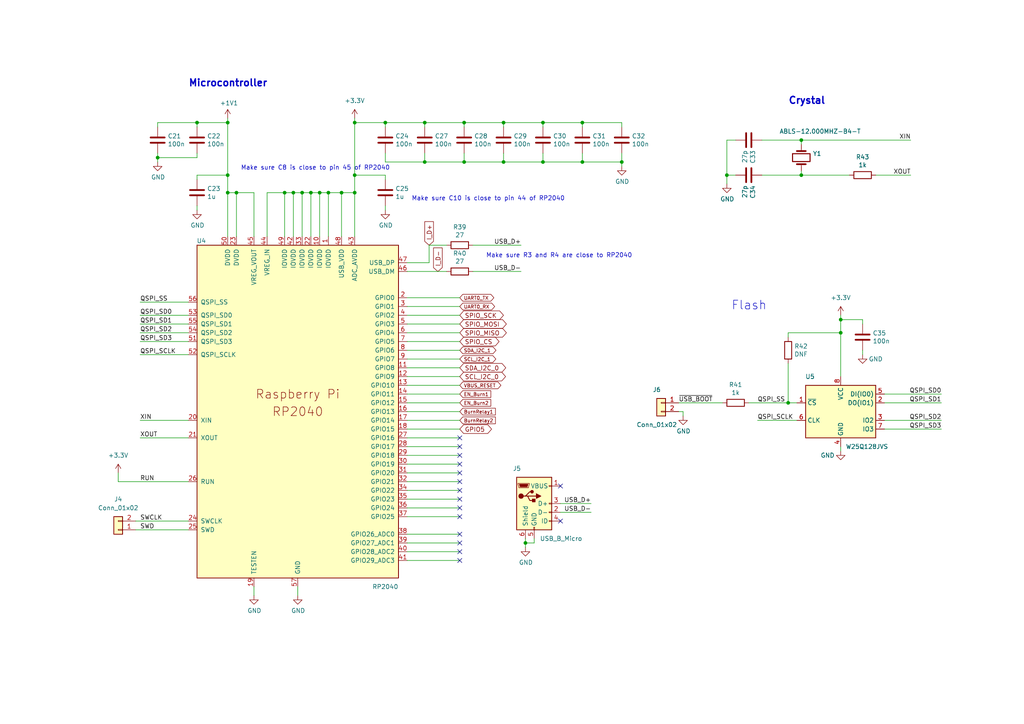
<source format=kicad_sch>
(kicad_sch (version 20211123) (generator eeschema)

  (uuid 85bd2eb6-d012-495e-b02f-e4ec2464c827)

  (paper "A4")

  (lib_symbols
    (symbol "+3.3V_4" (power) (pin_names (offset 0)) (in_bom yes) (on_board yes)
      (property "Reference" "#PWR" (id 0) (at 0 -3.81 0)
        (effects (font (size 1.27 1.27)) hide)
      )
      (property "Value" "+3.3V_4" (id 1) (at 0 3.556 0)
        (effects (font (size 1.27 1.27)))
      )
      (property "Footprint" "" (id 2) (at 0 0 0)
        (effects (font (size 1.27 1.27)) hide)
      )
      (property "Datasheet" "" (id 3) (at 0 0 0)
        (effects (font (size 1.27 1.27)) hide)
      )
      (property "ki_keywords" "power-flag" (id 4) (at 0 0 0)
        (effects (font (size 1.27 1.27)) hide)
      )
      (property "ki_description" "Power symbol creates a global label with name \"+3.3V\"" (id 5) (at 0 0 0)
        (effects (font (size 1.27 1.27)) hide)
      )
      (symbol "+3.3V_4_0_1"
        (polyline
          (pts
            (xy -0.762 1.27)
            (xy 0 2.54)
          )
          (stroke (width 0) (type default) (color 0 0 0 0))
          (fill (type none))
        )
        (polyline
          (pts
            (xy 0 0)
            (xy 0 2.54)
          )
          (stroke (width 0) (type default) (color 0 0 0 0))
          (fill (type none))
        )
        (polyline
          (pts
            (xy 0 2.54)
            (xy 0.762 1.27)
          )
          (stroke (width 0) (type default) (color 0 0 0 0))
          (fill (type none))
        )
      )
      (symbol "+3.3V_4_1_1"
        (pin power_in line (at 0 0 90) (length 0) hide
          (name "+3.3V" (effects (font (size 1.27 1.27))))
          (number "1" (effects (font (size 1.27 1.27))))
        )
      )
    )
    (symbol "+3.3V_5" (power) (pin_names (offset 0)) (in_bom yes) (on_board yes)
      (property "Reference" "#PWR" (id 0) (at 0 -3.81 0)
        (effects (font (size 1.27 1.27)) hide)
      )
      (property "Value" "+3.3V_5" (id 1) (at 0 3.556 0)
        (effects (font (size 1.27 1.27)))
      )
      (property "Footprint" "" (id 2) (at 0 0 0)
        (effects (font (size 1.27 1.27)) hide)
      )
      (property "Datasheet" "" (id 3) (at 0 0 0)
        (effects (font (size 1.27 1.27)) hide)
      )
      (property "ki_keywords" "power-flag" (id 4) (at 0 0 0)
        (effects (font (size 1.27 1.27)) hide)
      )
      (property "ki_description" "Power symbol creates a global label with name \"+3.3V\"" (id 5) (at 0 0 0)
        (effects (font (size 1.27 1.27)) hide)
      )
      (symbol "+3.3V_5_0_1"
        (polyline
          (pts
            (xy -0.762 1.27)
            (xy 0 2.54)
          )
          (stroke (width 0) (type default) (color 0 0 0 0))
          (fill (type none))
        )
        (polyline
          (pts
            (xy 0 0)
            (xy 0 2.54)
          )
          (stroke (width 0) (type default) (color 0 0 0 0))
          (fill (type none))
        )
        (polyline
          (pts
            (xy 0 2.54)
            (xy 0.762 1.27)
          )
          (stroke (width 0) (type default) (color 0 0 0 0))
          (fill (type none))
        )
      )
      (symbol "+3.3V_5_1_1"
        (pin power_in line (at 0 0 90) (length 0) hide
          (name "+3.3V" (effects (font (size 1.27 1.27))))
          (number "1" (effects (font (size 1.27 1.27))))
        )
      )
    )
    (symbol "Connector_Generic:Conn_01x02" (pin_names (offset 1.016) hide) (in_bom yes) (on_board yes)
      (property "Reference" "J" (id 0) (at 0 2.54 0)
        (effects (font (size 1.27 1.27)))
      )
      (property "Value" "Conn_01x02" (id 1) (at 0 -5.08 0)
        (effects (font (size 1.27 1.27)))
      )
      (property "Footprint" "" (id 2) (at 0 0 0)
        (effects (font (size 1.27 1.27)) hide)
      )
      (property "Datasheet" "~" (id 3) (at 0 0 0)
        (effects (font (size 1.27 1.27)) hide)
      )
      (property "ki_keywords" "connector" (id 4) (at 0 0 0)
        (effects (font (size 1.27 1.27)) hide)
      )
      (property "ki_description" "Generic connector, single row, 01x02, script generated (kicad-library-utils/schlib/autogen/connector/)" (id 5) (at 0 0 0)
        (effects (font (size 1.27 1.27)) hide)
      )
      (property "ki_fp_filters" "Connector*:*_1x??_*" (id 6) (at 0 0 0)
        (effects (font (size 1.27 1.27)) hide)
      )
      (symbol "Conn_01x02_1_1"
        (rectangle (start -1.27 -2.413) (end 0 -2.667)
          (stroke (width 0.1524) (type default) (color 0 0 0 0))
          (fill (type none))
        )
        (rectangle (start -1.27 0.127) (end 0 -0.127)
          (stroke (width 0.1524) (type default) (color 0 0 0 0))
          (fill (type none))
        )
        (rectangle (start -1.27 1.27) (end 1.27 -3.81)
          (stroke (width 0.254) (type default) (color 0 0 0 0))
          (fill (type background))
        )
        (pin passive line (at -5.08 0 0) (length 3.81)
          (name "Pin_1" (effects (font (size 1.27 1.27))))
          (number "1" (effects (font (size 1.27 1.27))))
        )
        (pin passive line (at -5.08 -2.54 0) (length 3.81)
          (name "Pin_2" (effects (font (size 1.27 1.27))))
          (number "2" (effects (font (size 1.27 1.27))))
        )
      )
    )
    (symbol "Device:C" (pin_numbers hide) (pin_names (offset 0.254)) (in_bom yes) (on_board yes)
      (property "Reference" "C" (id 0) (at 0.635 2.54 0)
        (effects (font (size 1.27 1.27)) (justify left))
      )
      (property "Value" "C" (id 1) (at 0.635 -2.54 0)
        (effects (font (size 1.27 1.27)) (justify left))
      )
      (property "Footprint" "" (id 2) (at 0.9652 -3.81 0)
        (effects (font (size 1.27 1.27)) hide)
      )
      (property "Datasheet" "~" (id 3) (at 0 0 0)
        (effects (font (size 1.27 1.27)) hide)
      )
      (property "ki_keywords" "cap capacitor" (id 4) (at 0 0 0)
        (effects (font (size 1.27 1.27)) hide)
      )
      (property "ki_description" "Unpolarized capacitor" (id 5) (at 0 0 0)
        (effects (font (size 1.27 1.27)) hide)
      )
      (property "ki_fp_filters" "C_*" (id 6) (at 0 0 0)
        (effects (font (size 1.27 1.27)) hide)
      )
      (symbol "C_0_1"
        (polyline
          (pts
            (xy -2.032 -0.762)
            (xy 2.032 -0.762)
          )
          (stroke (width 0.508) (type default) (color 0 0 0 0))
          (fill (type none))
        )
        (polyline
          (pts
            (xy -2.032 0.762)
            (xy 2.032 0.762)
          )
          (stroke (width 0.508) (type default) (color 0 0 0 0))
          (fill (type none))
        )
      )
      (symbol "C_1_1"
        (pin passive line (at 0 3.81 270) (length 2.794)
          (name "~" (effects (font (size 1.27 1.27))))
          (number "1" (effects (font (size 1.27 1.27))))
        )
        (pin passive line (at 0 -3.81 90) (length 2.794)
          (name "~" (effects (font (size 1.27 1.27))))
          (number "2" (effects (font (size 1.27 1.27))))
        )
      )
    )
    (symbol "Device:Crystal" (pin_numbers hide) (pin_names (offset 1.016) hide) (in_bom yes) (on_board yes)
      (property "Reference" "Y" (id 0) (at 0 3.81 0)
        (effects (font (size 1.27 1.27)))
      )
      (property "Value" "Crystal" (id 1) (at 0 -3.81 0)
        (effects (font (size 1.27 1.27)))
      )
      (property "Footprint" "" (id 2) (at 0 0 0)
        (effects (font (size 1.27 1.27)) hide)
      )
      (property "Datasheet" "~" (id 3) (at 0 0 0)
        (effects (font (size 1.27 1.27)) hide)
      )
      (property "ki_keywords" "quartz ceramic resonator oscillator" (id 4) (at 0 0 0)
        (effects (font (size 1.27 1.27)) hide)
      )
      (property "ki_description" "Two pin crystal" (id 5) (at 0 0 0)
        (effects (font (size 1.27 1.27)) hide)
      )
      (property "ki_fp_filters" "Crystal*" (id 6) (at 0 0 0)
        (effects (font (size 1.27 1.27)) hide)
      )
      (symbol "Crystal_0_1"
        (rectangle (start -1.143 2.54) (end 1.143 -2.54)
          (stroke (width 0.3048) (type default) (color 0 0 0 0))
          (fill (type none))
        )
        (polyline
          (pts
            (xy -2.54 0)
            (xy -1.905 0)
          )
          (stroke (width 0) (type default) (color 0 0 0 0))
          (fill (type none))
        )
        (polyline
          (pts
            (xy -1.905 -1.27)
            (xy -1.905 1.27)
          )
          (stroke (width 0.508) (type default) (color 0 0 0 0))
          (fill (type none))
        )
        (polyline
          (pts
            (xy 1.905 -1.27)
            (xy 1.905 1.27)
          )
          (stroke (width 0.508) (type default) (color 0 0 0 0))
          (fill (type none))
        )
        (polyline
          (pts
            (xy 2.54 0)
            (xy 1.905 0)
          )
          (stroke (width 0) (type default) (color 0 0 0 0))
          (fill (type none))
        )
      )
      (symbol "Crystal_1_1"
        (pin passive line (at -3.81 0 0) (length 1.27)
          (name "1" (effects (font (size 1.27 1.27))))
          (number "1" (effects (font (size 1.27 1.27))))
        )
        (pin passive line (at 3.81 0 180) (length 1.27)
          (name "2" (effects (font (size 1.27 1.27))))
          (number "2" (effects (font (size 1.27 1.27))))
        )
      )
    )
    (symbol "Device:R" (pin_numbers hide) (pin_names (offset 0)) (in_bom yes) (on_board yes)
      (property "Reference" "R" (id 0) (at 2.032 0 90)
        (effects (font (size 1.27 1.27)))
      )
      (property "Value" "R" (id 1) (at 0 0 90)
        (effects (font (size 1.27 1.27)))
      )
      (property "Footprint" "" (id 2) (at -1.778 0 90)
        (effects (font (size 1.27 1.27)) hide)
      )
      (property "Datasheet" "~" (id 3) (at 0 0 0)
        (effects (font (size 1.27 1.27)) hide)
      )
      (property "ki_keywords" "R res resistor" (id 4) (at 0 0 0)
        (effects (font (size 1.27 1.27)) hide)
      )
      (property "ki_description" "Resistor" (id 5) (at 0 0 0)
        (effects (font (size 1.27 1.27)) hide)
      )
      (property "ki_fp_filters" "R_*" (id 6) (at 0 0 0)
        (effects (font (size 1.27 1.27)) hide)
      )
      (symbol "R_0_1"
        (rectangle (start -1.016 -2.54) (end 1.016 2.54)
          (stroke (width 0.254) (type default) (color 0 0 0 0))
          (fill (type none))
        )
      )
      (symbol "R_1_1"
        (pin passive line (at 0 3.81 270) (length 1.27)
          (name "~" (effects (font (size 1.27 1.27))))
          (number "1" (effects (font (size 1.27 1.27))))
        )
        (pin passive line (at 0 -3.81 90) (length 1.27)
          (name "~" (effects (font (size 1.27 1.27))))
          (number "2" (effects (font (size 1.27 1.27))))
        )
      )
    )
    (symbol "MCU_RaspberryPi_RP2040:RP2040" (pin_names (offset 1.016)) (in_bom yes) (on_board yes)
      (property "Reference" "U" (id 0) (at -29.21 49.53 0)
        (effects (font (size 1.27 1.27)))
      )
      (property "Value" "RP2040" (id 1) (at 24.13 -49.53 0)
        (effects (font (size 1.27 1.27)))
      )
      (property "Footprint" "RP2040_minimal:RP2040-QFN-56" (id 2) (at -19.05 0 0)
        (effects (font (size 1.27 1.27)) hide)
      )
      (property "Datasheet" "" (id 3) (at -19.05 0 0)
        (effects (font (size 1.27 1.27)) hide)
      )
      (symbol "RP2040_0_0"
        (text "Raspberry Pi" (at 0 5.08 0)
          (effects (font (size 2.54 2.54)))
        )
        (text "RP2040" (at 0 0 0)
          (effects (font (size 2.54 2.54)))
        )
      )
      (symbol "RP2040_0_1"
        (rectangle (start 29.21 48.26) (end -29.21 -48.26)
          (stroke (width 0.254) (type default) (color 0 0 0 0))
          (fill (type background))
        )
      )
      (symbol "RP2040_1_1"
        (pin power_in line (at 8.89 50.8 270) (length 2.54)
          (name "IOVDD" (effects (font (size 1.27 1.27))))
          (number "1" (effects (font (size 1.27 1.27))))
        )
        (pin power_in line (at 6.35 50.8 270) (length 2.54)
          (name "IOVDD" (effects (font (size 1.27 1.27))))
          (number "10" (effects (font (size 1.27 1.27))))
        )
        (pin bidirectional line (at 31.75 12.7 180) (length 2.54)
          (name "GPIO8" (effects (font (size 1.27 1.27))))
          (number "11" (effects (font (size 1.27 1.27))))
        )
        (pin bidirectional line (at 31.75 10.16 180) (length 2.54)
          (name "GPIO9" (effects (font (size 1.27 1.27))))
          (number "12" (effects (font (size 1.27 1.27))))
        )
        (pin bidirectional line (at 31.75 7.62 180) (length 2.54)
          (name "GPIO10" (effects (font (size 1.27 1.27))))
          (number "13" (effects (font (size 1.27 1.27))))
        )
        (pin bidirectional line (at 31.75 5.08 180) (length 2.54)
          (name "GPIO11" (effects (font (size 1.27 1.27))))
          (number "14" (effects (font (size 1.27 1.27))))
        )
        (pin bidirectional line (at 31.75 2.54 180) (length 2.54)
          (name "GPIO12" (effects (font (size 1.27 1.27))))
          (number "15" (effects (font (size 1.27 1.27))))
        )
        (pin bidirectional line (at 31.75 0 180) (length 2.54)
          (name "GPIO13" (effects (font (size 1.27 1.27))))
          (number "16" (effects (font (size 1.27 1.27))))
        )
        (pin bidirectional line (at 31.75 -2.54 180) (length 2.54)
          (name "GPIO14" (effects (font (size 1.27 1.27))))
          (number "17" (effects (font (size 1.27 1.27))))
        )
        (pin bidirectional line (at 31.75 -5.08 180) (length 2.54)
          (name "GPIO15" (effects (font (size 1.27 1.27))))
          (number "18" (effects (font (size 1.27 1.27))))
        )
        (pin passive line (at -12.7 -50.8 90) (length 2.54)
          (name "TESTEN" (effects (font (size 1.27 1.27))))
          (number "19" (effects (font (size 1.27 1.27))))
        )
        (pin bidirectional line (at 31.75 33.02 180) (length 2.54)
          (name "GPIO0" (effects (font (size 1.27 1.27))))
          (number "2" (effects (font (size 1.27 1.27))))
        )
        (pin input line (at -31.75 -2.54 0) (length 2.54)
          (name "XIN" (effects (font (size 1.27 1.27))))
          (number "20" (effects (font (size 1.27 1.27))))
        )
        (pin passive line (at -31.75 -7.62 0) (length 2.54)
          (name "XOUT" (effects (font (size 1.27 1.27))))
          (number "21" (effects (font (size 1.27 1.27))))
        )
        (pin power_in line (at 3.81 50.8 270) (length 2.54)
          (name "IOVDD" (effects (font (size 1.27 1.27))))
          (number "22" (effects (font (size 1.27 1.27))))
        )
        (pin power_in line (at -17.78 50.8 270) (length 2.54)
          (name "DVDD" (effects (font (size 1.27 1.27))))
          (number "23" (effects (font (size 1.27 1.27))))
        )
        (pin output line (at -31.75 -31.75 0) (length 2.54)
          (name "SWCLK" (effects (font (size 1.27 1.27))))
          (number "24" (effects (font (size 1.27 1.27))))
        )
        (pin bidirectional line (at -31.75 -34.29 0) (length 2.54)
          (name "SWD" (effects (font (size 1.27 1.27))))
          (number "25" (effects (font (size 1.27 1.27))))
        )
        (pin input line (at -31.75 -20.32 0) (length 2.54)
          (name "RUN" (effects (font (size 1.27 1.27))))
          (number "26" (effects (font (size 1.27 1.27))))
        )
        (pin bidirectional line (at 31.75 -7.62 180) (length 2.54)
          (name "GPIO16" (effects (font (size 1.27 1.27))))
          (number "27" (effects (font (size 1.27 1.27))))
        )
        (pin bidirectional line (at 31.75 -10.16 180) (length 2.54)
          (name "GPIO17" (effects (font (size 1.27 1.27))))
          (number "28" (effects (font (size 1.27 1.27))))
        )
        (pin bidirectional line (at 31.75 -12.7 180) (length 2.54)
          (name "GPIO18" (effects (font (size 1.27 1.27))))
          (number "29" (effects (font (size 1.27 1.27))))
        )
        (pin bidirectional line (at 31.75 30.48 180) (length 2.54)
          (name "GPIO1" (effects (font (size 1.27 1.27))))
          (number "3" (effects (font (size 1.27 1.27))))
        )
        (pin bidirectional line (at 31.75 -15.24 180) (length 2.54)
          (name "GPIO19" (effects (font (size 1.27 1.27))))
          (number "30" (effects (font (size 1.27 1.27))))
        )
        (pin bidirectional line (at 31.75 -17.78 180) (length 2.54)
          (name "GPIO20" (effects (font (size 1.27 1.27))))
          (number "31" (effects (font (size 1.27 1.27))))
        )
        (pin bidirectional line (at 31.75 -20.32 180) (length 2.54)
          (name "GPIO21" (effects (font (size 1.27 1.27))))
          (number "32" (effects (font (size 1.27 1.27))))
        )
        (pin power_in line (at 1.27 50.8 270) (length 2.54)
          (name "IOVDD" (effects (font (size 1.27 1.27))))
          (number "33" (effects (font (size 1.27 1.27))))
        )
        (pin bidirectional line (at 31.75 -22.86 180) (length 2.54)
          (name "GPIO22" (effects (font (size 1.27 1.27))))
          (number "34" (effects (font (size 1.27 1.27))))
        )
        (pin bidirectional line (at 31.75 -25.4 180) (length 2.54)
          (name "GPIO23" (effects (font (size 1.27 1.27))))
          (number "35" (effects (font (size 1.27 1.27))))
        )
        (pin bidirectional line (at 31.75 -27.94 180) (length 2.54)
          (name "GPIO24" (effects (font (size 1.27 1.27))))
          (number "36" (effects (font (size 1.27 1.27))))
        )
        (pin bidirectional line (at 31.75 -30.48 180) (length 2.54)
          (name "GPIO25" (effects (font (size 1.27 1.27))))
          (number "37" (effects (font (size 1.27 1.27))))
        )
        (pin bidirectional line (at 31.75 -35.56 180) (length 2.54)
          (name "GPIO26_ADC0" (effects (font (size 1.27 1.27))))
          (number "38" (effects (font (size 1.27 1.27))))
        )
        (pin bidirectional line (at 31.75 -38.1 180) (length 2.54)
          (name "GPIO27_ADC1" (effects (font (size 1.27 1.27))))
          (number "39" (effects (font (size 1.27 1.27))))
        )
        (pin bidirectional line (at 31.75 27.94 180) (length 2.54)
          (name "GPIO2" (effects (font (size 1.27 1.27))))
          (number "4" (effects (font (size 1.27 1.27))))
        )
        (pin bidirectional line (at 31.75 -40.64 180) (length 2.54)
          (name "GPIO28_ADC2" (effects (font (size 1.27 1.27))))
          (number "40" (effects (font (size 1.27 1.27))))
        )
        (pin bidirectional line (at 31.75 -43.18 180) (length 2.54)
          (name "GPIO29_ADC3" (effects (font (size 1.27 1.27))))
          (number "41" (effects (font (size 1.27 1.27))))
        )
        (pin power_in line (at -1.27 50.8 270) (length 2.54)
          (name "IOVDD" (effects (font (size 1.27 1.27))))
          (number "42" (effects (font (size 1.27 1.27))))
        )
        (pin power_in line (at 16.51 50.8 270) (length 2.54)
          (name "ADC_AVDD" (effects (font (size 1.27 1.27))))
          (number "43" (effects (font (size 1.27 1.27))))
        )
        (pin power_in line (at -8.89 50.8 270) (length 2.54)
          (name "VREG_IN" (effects (font (size 1.27 1.27))))
          (number "44" (effects (font (size 1.27 1.27))))
        )
        (pin power_out line (at -12.7 50.8 270) (length 2.54)
          (name "VREG_VOUT" (effects (font (size 1.27 1.27))))
          (number "45" (effects (font (size 1.27 1.27))))
        )
        (pin bidirectional line (at 31.75 40.64 180) (length 2.54)
          (name "USB_DM" (effects (font (size 1.27 1.27))))
          (number "46" (effects (font (size 1.27 1.27))))
        )
        (pin bidirectional line (at 31.75 43.18 180) (length 2.54)
          (name "USB_DP" (effects (font (size 1.27 1.27))))
          (number "47" (effects (font (size 1.27 1.27))))
        )
        (pin power_in line (at 12.7 50.8 270) (length 2.54)
          (name "USB_VDD" (effects (font (size 1.27 1.27))))
          (number "48" (effects (font (size 1.27 1.27))))
        )
        (pin power_in line (at -3.81 50.8 270) (length 2.54)
          (name "IOVDD" (effects (font (size 1.27 1.27))))
          (number "49" (effects (font (size 1.27 1.27))))
        )
        (pin bidirectional line (at 31.75 25.4 180) (length 2.54)
          (name "GPIO3" (effects (font (size 1.27 1.27))))
          (number "5" (effects (font (size 1.27 1.27))))
        )
        (pin power_in line (at -20.32 50.8 270) (length 2.54)
          (name "DVDD" (effects (font (size 1.27 1.27))))
          (number "50" (effects (font (size 1.27 1.27))))
        )
        (pin bidirectional line (at -31.75 20.32 0) (length 2.54)
          (name "QSPI_SD3" (effects (font (size 1.27 1.27))))
          (number "51" (effects (font (size 1.27 1.27))))
        )
        (pin output line (at -31.75 16.51 0) (length 2.54)
          (name "QSPI_SCLK" (effects (font (size 1.27 1.27))))
          (number "52" (effects (font (size 1.27 1.27))))
        )
        (pin bidirectional line (at -31.75 27.94 0) (length 2.54)
          (name "QSPI_SD0" (effects (font (size 1.27 1.27))))
          (number "53" (effects (font (size 1.27 1.27))))
        )
        (pin bidirectional line (at -31.75 22.86 0) (length 2.54)
          (name "QSPI_SD2" (effects (font (size 1.27 1.27))))
          (number "54" (effects (font (size 1.27 1.27))))
        )
        (pin bidirectional line (at -31.75 25.4 0) (length 2.54)
          (name "QSPI_SD1" (effects (font (size 1.27 1.27))))
          (number "55" (effects (font (size 1.27 1.27))))
        )
        (pin bidirectional line (at -31.75 31.75 0) (length 2.54)
          (name "QSPI_SS" (effects (font (size 1.27 1.27))))
          (number "56" (effects (font (size 1.27 1.27))))
        )
        (pin power_in line (at 0 -50.8 90) (length 2.54)
          (name "GND" (effects (font (size 1.27 1.27))))
          (number "57" (effects (font (size 1.27 1.27))))
        )
        (pin bidirectional line (at 31.75 22.86 180) (length 2.54)
          (name "GPIO4" (effects (font (size 1.27 1.27))))
          (number "6" (effects (font (size 1.27 1.27))))
        )
        (pin bidirectional line (at 31.75 20.32 180) (length 2.54)
          (name "GPIO5" (effects (font (size 1.27 1.27))))
          (number "7" (effects (font (size 1.27 1.27))))
        )
        (pin bidirectional line (at 31.75 17.78 180) (length 2.54)
          (name "GPIO6" (effects (font (size 1.27 1.27))))
          (number "8" (effects (font (size 1.27 1.27))))
        )
        (pin bidirectional line (at 31.75 15.24 180) (length 2.54)
          (name "GPIO7" (effects (font (size 1.27 1.27))))
          (number "9" (effects (font (size 1.27 1.27))))
        )
      )
    )
    (symbol "Memory_Flash:W25Q128JVS" (in_bom yes) (on_board yes)
      (property "Reference" "U" (id 0) (at -8.89 8.89 0)
        (effects (font (size 1.27 1.27)))
      )
      (property "Value" "W25Q128JVS" (id 1) (at 7.62 8.89 0)
        (effects (font (size 1.27 1.27)))
      )
      (property "Footprint" "Package_SO:SOIC-8_5.23x5.23mm_P1.27mm" (id 2) (at 0 0 0)
        (effects (font (size 1.27 1.27)) hide)
      )
      (property "Datasheet" "http://www.winbond.com/resource-files/w25q128jv_dtr%20revc%2003272018%20plus.pdf" (id 3) (at 0 0 0)
        (effects (font (size 1.27 1.27)) hide)
      )
      (property "ki_keywords" "flash memory SPI QPI DTR" (id 4) (at 0 0 0)
        (effects (font (size 1.27 1.27)) hide)
      )
      (property "ki_description" "128Mb Serial Flash Memory, Standard/Dual/Quad SPI, SOIC-8" (id 5) (at 0 0 0)
        (effects (font (size 1.27 1.27)) hide)
      )
      (property "ki_fp_filters" "SOIC*5.23x5.23mm*P1.27mm*" (id 6) (at 0 0 0)
        (effects (font (size 1.27 1.27)) hide)
      )
      (symbol "W25Q128JVS_0_1"
        (rectangle (start -10.16 7.62) (end 10.16 -7.62)
          (stroke (width 0.254) (type default) (color 0 0 0 0))
          (fill (type background))
        )
      )
      (symbol "W25Q128JVS_1_1"
        (pin input line (at -12.7 2.54 0) (length 2.54)
          (name "~{CS}" (effects (font (size 1.27 1.27))))
          (number "1" (effects (font (size 1.27 1.27))))
        )
        (pin bidirectional line (at 12.7 2.54 180) (length 2.54)
          (name "DO(IO1)" (effects (font (size 1.27 1.27))))
          (number "2" (effects (font (size 1.27 1.27))))
        )
        (pin bidirectional line (at 12.7 -2.54 180) (length 2.54)
          (name "IO2" (effects (font (size 1.27 1.27))))
          (number "3" (effects (font (size 1.27 1.27))))
        )
        (pin power_in line (at 0 -10.16 90) (length 2.54)
          (name "GND" (effects (font (size 1.27 1.27))))
          (number "4" (effects (font (size 1.27 1.27))))
        )
        (pin bidirectional line (at 12.7 5.08 180) (length 2.54)
          (name "DI(IO0)" (effects (font (size 1.27 1.27))))
          (number "5" (effects (font (size 1.27 1.27))))
        )
        (pin input line (at -12.7 -2.54 0) (length 2.54)
          (name "CLK" (effects (font (size 1.27 1.27))))
          (number "6" (effects (font (size 1.27 1.27))))
        )
        (pin bidirectional line (at 12.7 -5.08 180) (length 2.54)
          (name "IO3" (effects (font (size 1.27 1.27))))
          (number "7" (effects (font (size 1.27 1.27))))
        )
        (pin power_in line (at 0 10.16 270) (length 2.54)
          (name "VCC" (effects (font (size 1.27 1.27))))
          (number "8" (effects (font (size 1.27 1.27))))
        )
      )
    )
    (symbol "RP2040_minimal-rescue:USB_B_Micro-Connector" (pin_names (offset 1.016)) (in_bom yes) (on_board yes)
      (property "Reference" "J" (id 0) (at -5.08 11.43 0)
        (effects (font (size 1.27 1.27)) (justify left))
      )
      (property "Value" "USB_B_Micro-Connector" (id 1) (at -5.08 8.89 0)
        (effects (font (size 1.27 1.27)) (justify left))
      )
      (property "Footprint" "" (id 2) (at 3.81 -1.27 0)
        (effects (font (size 1.27 1.27)) hide)
      )
      (property "Datasheet" "" (id 3) (at 3.81 -1.27 0)
        (effects (font (size 1.27 1.27)) hide)
      )
      (property "ki_fp_filters" "USB*" (id 4) (at 0 0 0)
        (effects (font (size 1.27 1.27)) hide)
      )
      (symbol "USB_B_Micro-Connector_0_1"
        (rectangle (start -5.08 -7.62) (end 5.08 7.62)
          (stroke (width 0.254) (type default) (color 0 0 0 0))
          (fill (type background))
        )
        (circle (center -3.81 2.159) (radius 0.635)
          (stroke (width 0.254) (type default) (color 0 0 0 0))
          (fill (type outline))
        )
        (circle (center -0.635 3.429) (radius 0.381)
          (stroke (width 0.254) (type default) (color 0 0 0 0))
          (fill (type outline))
        )
        (rectangle (start -0.127 -7.62) (end 0.127 -6.858)
          (stroke (width 0) (type default) (color 0 0 0 0))
          (fill (type none))
        )
        (polyline
          (pts
            (xy -1.905 2.159)
            (xy 0.635 2.159)
          )
          (stroke (width 0.254) (type default) (color 0 0 0 0))
          (fill (type none))
        )
        (polyline
          (pts
            (xy -3.175 2.159)
            (xy -2.54 2.159)
            (xy -1.27 3.429)
            (xy -0.635 3.429)
          )
          (stroke (width 0.254) (type default) (color 0 0 0 0))
          (fill (type none))
        )
        (polyline
          (pts
            (xy -2.54 2.159)
            (xy -1.905 2.159)
            (xy -1.27 0.889)
            (xy 0 0.889)
          )
          (stroke (width 0.254) (type default) (color 0 0 0 0))
          (fill (type none))
        )
        (polyline
          (pts
            (xy 0.635 2.794)
            (xy 0.635 1.524)
            (xy 1.905 2.159)
            (xy 0.635 2.794)
          )
          (stroke (width 0.254) (type default) (color 0 0 0 0))
          (fill (type outline))
        )
        (polyline
          (pts
            (xy -4.318 5.588)
            (xy -1.778 5.588)
            (xy -2.032 4.826)
            (xy -4.064 4.826)
            (xy -4.318 5.588)
          )
          (stroke (width 0) (type default) (color 0 0 0 0))
          (fill (type outline))
        )
        (polyline
          (pts
            (xy -4.699 5.842)
            (xy -4.699 5.588)
            (xy -4.445 4.826)
            (xy -4.445 4.572)
            (xy -1.651 4.572)
            (xy -1.651 4.826)
            (xy -1.397 5.588)
            (xy -1.397 5.842)
            (xy -4.699 5.842)
          )
          (stroke (width 0) (type default) (color 0 0 0 0))
          (fill (type none))
        )
        (rectangle (start 0.254 1.27) (end -0.508 0.508)
          (stroke (width 0.254) (type default) (color 0 0 0 0))
          (fill (type outline))
        )
        (rectangle (start 5.08 -5.207) (end 4.318 -4.953)
          (stroke (width 0) (type default) (color 0 0 0 0))
          (fill (type none))
        )
        (rectangle (start 5.08 -2.667) (end 4.318 -2.413)
          (stroke (width 0) (type default) (color 0 0 0 0))
          (fill (type none))
        )
        (rectangle (start 5.08 -0.127) (end 4.318 0.127)
          (stroke (width 0) (type default) (color 0 0 0 0))
          (fill (type none))
        )
        (rectangle (start 5.08 4.953) (end 4.318 5.207)
          (stroke (width 0) (type default) (color 0 0 0 0))
          (fill (type none))
        )
      )
      (symbol "USB_B_Micro-Connector_1_1"
        (pin power_out line (at 7.62 5.08 180) (length 2.54)
          (name "VBUS" (effects (font (size 1.27 1.27))))
          (number "1" (effects (font (size 1.27 1.27))))
        )
        (pin passive line (at 7.62 -2.54 180) (length 2.54)
          (name "D-" (effects (font (size 1.27 1.27))))
          (number "2" (effects (font (size 1.27 1.27))))
        )
        (pin passive line (at 7.62 0 180) (length 2.54)
          (name "D+" (effects (font (size 1.27 1.27))))
          (number "3" (effects (font (size 1.27 1.27))))
        )
        (pin passive line (at 7.62 -5.08 180) (length 2.54)
          (name "ID" (effects (font (size 1.27 1.27))))
          (number "4" (effects (font (size 1.27 1.27))))
        )
        (pin power_out line (at 0 -10.16 90) (length 2.54)
          (name "GND" (effects (font (size 1.27 1.27))))
          (number "5" (effects (font (size 1.27 1.27))))
        )
        (pin passive line (at -2.54 -10.16 90) (length 2.54)
          (name "Shield" (effects (font (size 1.27 1.27))))
          (number "6" (effects (font (size 1.27 1.27))))
        )
      )
    )
    (symbol "power:+1V1" (power) (pin_names (offset 0)) (in_bom yes) (on_board yes)
      (property "Reference" "#PWR" (id 0) (at 0 -3.81 0)
        (effects (font (size 1.27 1.27)) hide)
      )
      (property "Value" "+1V1" (id 1) (at 0 3.556 0)
        (effects (font (size 1.27 1.27)))
      )
      (property "Footprint" "" (id 2) (at 0 0 0)
        (effects (font (size 1.27 1.27)) hide)
      )
      (property "Datasheet" "" (id 3) (at 0 0 0)
        (effects (font (size 1.27 1.27)) hide)
      )
      (property "ki_keywords" "power-flag" (id 4) (at 0 0 0)
        (effects (font (size 1.27 1.27)) hide)
      )
      (property "ki_description" "Power symbol creates a global label with name \"+1V1\"" (id 5) (at 0 0 0)
        (effects (font (size 1.27 1.27)) hide)
      )
      (symbol "+1V1_0_1"
        (polyline
          (pts
            (xy -0.762 1.27)
            (xy 0 2.54)
          )
          (stroke (width 0) (type default) (color 0 0 0 0))
          (fill (type none))
        )
        (polyline
          (pts
            (xy 0 0)
            (xy 0 2.54)
          )
          (stroke (width 0) (type default) (color 0 0 0 0))
          (fill (type none))
        )
        (polyline
          (pts
            (xy 0 2.54)
            (xy 0.762 1.27)
          )
          (stroke (width 0) (type default) (color 0 0 0 0))
          (fill (type none))
        )
      )
      (symbol "+1V1_1_1"
        (pin power_in line (at 0 0 90) (length 0) hide
          (name "+1V1" (effects (font (size 1.27 1.27))))
          (number "1" (effects (font (size 1.27 1.27))))
        )
      )
    )
    (symbol "power:GND" (power) (pin_names (offset 0)) (in_bom yes) (on_board yes)
      (property "Reference" "#PWR" (id 0) (at 0 -6.35 0)
        (effects (font (size 1.27 1.27)) hide)
      )
      (property "Value" "GND" (id 1) (at 0 -3.81 0)
        (effects (font (size 1.27 1.27)))
      )
      (property "Footprint" "" (id 2) (at 0 0 0)
        (effects (font (size 1.27 1.27)) hide)
      )
      (property "Datasheet" "" (id 3) (at 0 0 0)
        (effects (font (size 1.27 1.27)) hide)
      )
      (property "ki_keywords" "power-flag" (id 4) (at 0 0 0)
        (effects (font (size 1.27 1.27)) hide)
      )
      (property "ki_description" "Power symbol creates a global label with name \"GND\" , ground" (id 5) (at 0 0 0)
        (effects (font (size 1.27 1.27)) hide)
      )
      (symbol "GND_0_1"
        (polyline
          (pts
            (xy 0 0)
            (xy 0 -1.27)
            (xy 1.27 -1.27)
            (xy 0 -2.54)
            (xy -1.27 -1.27)
            (xy 0 -1.27)
          )
          (stroke (width 0) (type default) (color 0 0 0 0))
          (fill (type none))
        )
      )
      (symbol "GND_1_1"
        (pin power_in line (at 0 0 270) (length 0) hide
          (name "GND" (effects (font (size 1.27 1.27))))
          (number "1" (effects (font (size 1.27 1.27))))
        )
      )
    )
  )

  (junction (at 146.05 46.99) (diameter 0) (color 0 0 0 0)
    (uuid 0b5b52c4-4935-4830-b26f-3013723683aa)
  )
  (junction (at 111.76 35.56) (diameter 0) (color 0 0 0 0)
    (uuid 0c748cf0-e82d-43ee-8f3a-37c92d91c541)
  )
  (junction (at 87.63 55.88) (diameter 0) (color 0 0 0 0)
    (uuid 0ecad1ed-b0a6-4025-a5ba-8865d624c49a)
  )
  (junction (at 243.84 92.71) (diameter 0) (color 0 0 0 0)
    (uuid 17d21a4a-34c0-462e-96cb-c866197b52fb)
  )
  (junction (at 232.41 40.64) (diameter 0) (color 0 0 0 0)
    (uuid 1958f235-9808-49d7-957a-bd05d31a19f8)
  )
  (junction (at 66.04 55.88) (diameter 0) (color 0 0 0 0)
    (uuid 24bd26c6-79d1-4bd8-a20b-89feb15fc985)
  )
  (junction (at 45.72 45.72) (diameter 0) (color 0 0 0 0)
    (uuid 2e1a9c13-97af-477f-8dc6-19e226268d9d)
  )
  (junction (at 168.91 35.56) (diameter 0) (color 0 0 0 0)
    (uuid 30e3dcea-bc94-4676-8008-3a652cb698e2)
  )
  (junction (at 134.62 46.99) (diameter 0) (color 0 0 0 0)
    (uuid 3ed8a1ed-a988-4878-9aa8-6bd90a73a56c)
  )
  (junction (at 66.04 50.8) (diameter 0) (color 0 0 0 0)
    (uuid 4116e3d0-2690-4a68-81a3-97976b5b71e0)
  )
  (junction (at 157.48 46.99) (diameter 0) (color 0 0 0 0)
    (uuid 47df1add-011f-494d-b3b3-b43b257c4d70)
  )
  (junction (at 95.25 55.88) (diameter 0) (color 0 0 0 0)
    (uuid 4f56b835-4e2c-44d6-a442-559b2868bea3)
  )
  (junction (at 99.06 55.88) (diameter 0) (color 0 0 0 0)
    (uuid 5f78bbaf-cfd8-4e09-bbec-209c905b5d90)
  )
  (junction (at 232.41 50.8) (diameter 0) (color 0 0 0 0)
    (uuid 6e0b0403-cc66-47d2-af2b-c054194cf97e)
  )
  (junction (at 66.04 35.56) (diameter 0) (color 0 0 0 0)
    (uuid 6ee20968-8746-477b-90e4-02411f12708a)
  )
  (junction (at 228.6 116.84) (diameter 0) (color 0 0 0 0)
    (uuid 86c2b52a-b34c-4038-8fc3-19686b84f162)
  )
  (junction (at 102.87 35.56) (diameter 0) (color 0 0 0 0)
    (uuid 9b12a489-d95a-4420-8300-e7c89cd9fbaf)
  )
  (junction (at 243.84 96.52) (diameter 0) (color 0 0 0 0)
    (uuid 9e13ee55-2c8a-4eac-9992-1b535a2aafae)
  )
  (junction (at 90.17 55.88) (diameter 0) (color 0 0 0 0)
    (uuid a3838ed2-2f16-46f7-8bdd-0677d8c2f99a)
  )
  (junction (at 68.58 55.88) (diameter 0) (color 0 0 0 0)
    (uuid a9c923a4-bc5c-49ca-8626-ba7caa9aa81a)
  )
  (junction (at 157.48 35.56) (diameter 0) (color 0 0 0 0)
    (uuid b8dd6b5c-a636-4251-8ddd-6e427a1b979b)
  )
  (junction (at 85.09 55.88) (diameter 0) (color 0 0 0 0)
    (uuid be9faa2e-42bc-47c3-a21b-a867f7a26abb)
  )
  (junction (at 82.55 55.88) (diameter 0) (color 0 0 0 0)
    (uuid c0506a55-4f4f-4e9e-8552-f3e1b300df97)
  )
  (junction (at 57.15 35.56) (diameter 0) (color 0 0 0 0)
    (uuid c3b75062-a9f3-46ab-ae54-a2c7076c8e17)
  )
  (junction (at 92.71 55.88) (diameter 0) (color 0 0 0 0)
    (uuid c4dd0930-5c8f-46ca-9925-ee9c01071cea)
  )
  (junction (at 123.19 35.56) (diameter 0) (color 0 0 0 0)
    (uuid c63c467b-4ce5-4785-aa44-5010357ce8b8)
  )
  (junction (at 180.34 46.99) (diameter 0) (color 0 0 0 0)
    (uuid d98ea14a-7334-4ed6-885b-7bb937bd1b37)
  )
  (junction (at 123.19 46.99) (diameter 0) (color 0 0 0 0)
    (uuid da4a29a9-754d-481f-9c42-e8216bc00a87)
  )
  (junction (at 168.91 46.99) (diameter 0) (color 0 0 0 0)
    (uuid e704ea34-f5b9-420a-a533-6addc0e70cee)
  )
  (junction (at 210.82 50.8) (diameter 0) (color 0 0 0 0)
    (uuid eb26a5e8-b317-4cd9-bfc9-64cae42ba55b)
  )
  (junction (at 134.62 35.56) (diameter 0) (color 0 0 0 0)
    (uuid ecba91ab-5609-4c6e-a47b-4a365e2231c7)
  )
  (junction (at 102.87 55.88) (diameter 0) (color 0 0 0 0)
    (uuid f69ed713-88ef-4976-b5e6-ead96c08a7b9)
  )
  (junction (at 102.87 50.8) (diameter 0) (color 0 0 0 0)
    (uuid f91ca7c6-fc47-433f-a3f4-e43b08fe6e8e)
  )
  (junction (at 146.05 35.56) (diameter 0) (color 0 0 0 0)
    (uuid fe1eb1b4-8b42-4ac1-8040-be15c90e7771)
  )
  (junction (at 152.4 157.48) (diameter 0) (color 0 0 0 0)
    (uuid ff7f0615-125b-4367-8f3c-7314679e956c)
  )

  (no_connect (at 162.56 151.13) (uuid 028bd117-28f3-4d16-83fc-2998c12f50ed))
  (no_connect (at 133.35 132.08) (uuid 028e37c4-fdc8-473c-a17f-90ffa8e315cd))
  (no_connect (at 133.35 149.86) (uuid 167992b1-4aa5-4c55-bb8a-d03987fcc283))
  (no_connect (at 133.35 134.62) (uuid 18af288f-2546-4ac5-a242-21a2b750e5bf))
  (no_connect (at 133.35 139.7) (uuid 1fd28246-6513-409d-93b7-a92144335beb))
  (no_connect (at 133.35 142.24) (uuid 376eea49-7b71-4650-b140-467cddb8a151))
  (no_connect (at 133.35 147.32) (uuid 3f3bcb9a-4e76-4e84-9202-31b6941942a7))
  (no_connect (at 133.35 157.48) (uuid 67325552-b5e5-424c-9a1c-e4a0a4400cac))
  (no_connect (at 133.35 162.56) (uuid 72c6a21e-4e2f-41f9-8185-bfb323bf11d6))
  (no_connect (at 133.35 127) (uuid 7ee53f96-b5ef-4ebf-8018-53cc5e35206e))
  (no_connect (at 133.35 144.78) (uuid a4cd4533-a18b-4a42-9a01-c00c26bdab49))
  (no_connect (at 133.35 129.54) (uuid a9b127e8-2767-48e2-bc33-f125c04a8db2))
  (no_connect (at 133.35 137.16) (uuid a9eabe14-8b79-4496-9e6a-de2539626cbc))
  (no_connect (at 133.35 160.02) (uuid bcc04321-18ab-4cce-a1ed-b3d2547ed0bd))
  (no_connect (at 162.56 140.97) (uuid d28767e1-fc9b-4236-8421-8685eb2e512c))
  (no_connect (at 133.35 154.94) (uuid d9fae67c-7bae-4aa0-a412-b3f3f8aa5938))

  (wire (pts (xy 111.76 44.45) (xy 111.76 46.99))
    (stroke (width 0) (type default) (color 0 0 0 0))
    (uuid 02a6a22a-84c9-4790-9b14-b8cd70f8b5ad)
  )
  (wire (pts (xy 217.17 116.84) (xy 228.6 116.84))
    (stroke (width 0) (type default) (color 0 0 0 0))
    (uuid 03bff0fe-74b3-41ad-a088-9600567cb99b)
  )
  (wire (pts (xy 77.47 55.88) (xy 82.55 55.88))
    (stroke (width 0) (type default) (color 0 0 0 0))
    (uuid 05befc07-e414-406a-99c4-4486d768558f)
  )
  (wire (pts (xy 168.91 35.56) (xy 180.34 35.56))
    (stroke (width 0) (type default) (color 0 0 0 0))
    (uuid 0659a48c-e8f4-4515-a860-e251768c0644)
  )
  (wire (pts (xy 90.17 68.58) (xy 90.17 55.88))
    (stroke (width 0) (type default) (color 0 0 0 0))
    (uuid 08755ba2-e132-4f7b-97e2-f2a0a91447e4)
  )
  (wire (pts (xy 209.55 116.84) (xy 196.85 116.84))
    (stroke (width 0) (type default) (color 0 0 0 0))
    (uuid 09e48ce5-1e0b-49ea-ad1e-6919dae0c53d)
  )
  (wire (pts (xy 232.41 50.8) (xy 246.38 50.8))
    (stroke (width 0) (type default) (color 0 0 0 0))
    (uuid 09f832f1-8e0e-430a-89d8-f590ab2a23c9)
  )
  (wire (pts (xy 57.15 59.69) (xy 57.15 60.96))
    (stroke (width 0) (type default) (color 0 0 0 0))
    (uuid 0b77fd78-5155-4588-92ca-162da5257376)
  )
  (wire (pts (xy 57.15 50.8) (xy 66.04 50.8))
    (stroke (width 0) (type default) (color 0 0 0 0))
    (uuid 0cd823d6-21a5-40c4-9dc4-63146a034075)
  )
  (wire (pts (xy 118.11 127) (xy 133.35 127))
    (stroke (width 0) (type default) (color 0 0 0 0))
    (uuid 0e4dc6c7-a1b5-4b6f-93c5-8da7c56a7f21)
  )
  (wire (pts (xy 57.15 36.83) (xy 57.15 35.56))
    (stroke (width 0) (type default) (color 0 0 0 0))
    (uuid 101ef2aa-2d86-4924-92c1-b0b1680e3387)
  )
  (wire (pts (xy 118.11 101.6) (xy 133.35 101.6))
    (stroke (width 0) (type default) (color 0 0 0 0))
    (uuid 10b80f07-2642-48d3-a76b-c305cf3cbfb1)
  )
  (wire (pts (xy 73.66 68.58) (xy 73.66 55.88))
    (stroke (width 0) (type default) (color 0 0 0 0))
    (uuid 121276c9-06dd-46d8-b2f3-2e9531c159c5)
  )
  (wire (pts (xy 45.72 35.56) (xy 57.15 35.56))
    (stroke (width 0) (type default) (color 0 0 0 0))
    (uuid 126f0c80-81f4-4db0-aeba-e6db0df0f69f)
  )
  (wire (pts (xy 123.19 36.83) (xy 123.19 35.56))
    (stroke (width 0) (type default) (color 0 0 0 0))
    (uuid 130cc4d7-0c3d-4642-a096-798a9ee407cc)
  )
  (wire (pts (xy 118.11 116.84) (xy 133.35 116.84))
    (stroke (width 0) (type default) (color 0 0 0 0))
    (uuid 13aa2019-7d15-4dfe-b716-50392235e785)
  )
  (wire (pts (xy 198.12 119.38) (xy 198.12 120.65))
    (stroke (width 0) (type default) (color 0 0 0 0))
    (uuid 15708f9b-84e8-4edc-b3b4-7c27a7c3f9ff)
  )
  (wire (pts (xy 111.76 59.69) (xy 111.76 60.96))
    (stroke (width 0) (type default) (color 0 0 0 0))
    (uuid 1cb25797-f6e4-42c4-82ee-07d56e2c9edf)
  )
  (wire (pts (xy 118.11 157.48) (xy 133.35 157.48))
    (stroke (width 0) (type default) (color 0 0 0 0))
    (uuid 1dba008f-8f16-495b-b4f8-fef538f880b7)
  )
  (wire (pts (xy 92.71 55.88) (xy 95.25 55.88))
    (stroke (width 0) (type default) (color 0 0 0 0))
    (uuid 2320a2da-bb6c-48fd-b062-4cd3f6768fcc)
  )
  (wire (pts (xy 243.84 129.54) (xy 243.84 130.81))
    (stroke (width 0) (type default) (color 0 0 0 0))
    (uuid 235902ab-3cac-453d-94c9-5b5b65d4117c)
  )
  (wire (pts (xy 118.11 162.56) (xy 133.35 162.56))
    (stroke (width 0) (type default) (color 0 0 0 0))
    (uuid 2603a6b2-9575-4c82-9570-51066704a87a)
  )
  (wire (pts (xy 66.04 34.29) (xy 66.04 35.56))
    (stroke (width 0) (type default) (color 0 0 0 0))
    (uuid 2bf181aa-89ac-4906-a08b-e4661e08cfb3)
  )
  (wire (pts (xy 220.98 40.64) (xy 232.41 40.64))
    (stroke (width 0) (type default) (color 0 0 0 0))
    (uuid 2c1fe1e2-8008-4faf-95fa-51f70a112b76)
  )
  (wire (pts (xy 157.48 44.45) (xy 157.48 46.99))
    (stroke (width 0) (type default) (color 0 0 0 0))
    (uuid 2eee1b67-cd2a-4785-88f0-7902c216f53f)
  )
  (wire (pts (xy 118.11 106.68) (xy 133.35 106.68))
    (stroke (width 0) (type default) (color 0 0 0 0))
    (uuid 2f873d28-fba7-49cd-b2a6-1bf61893927d)
  )
  (wire (pts (xy 157.48 35.56) (xy 168.91 35.56))
    (stroke (width 0) (type default) (color 0 0 0 0))
    (uuid 2fe3354b-641d-4ce6-9975-1f5dae5ca19c)
  )
  (wire (pts (xy 118.11 93.98) (xy 133.35 93.98))
    (stroke (width 0) (type default) (color 0 0 0 0))
    (uuid 3236ed89-6656-48f4-8eb8-10ef0f2813e0)
  )
  (wire (pts (xy 39.37 153.67) (xy 54.61 153.67))
    (stroke (width 0) (type default) (color 0 0 0 0))
    (uuid 33fa0261-ce84-4c2f-9676-1f6fa258ef40)
  )
  (wire (pts (xy 95.25 55.88) (xy 95.25 68.58))
    (stroke (width 0) (type default) (color 0 0 0 0))
    (uuid 34a5a6b1-0abf-49bb-bd57-f345c82bdf8a)
  )
  (wire (pts (xy 118.11 160.02) (xy 133.35 160.02))
    (stroke (width 0) (type default) (color 0 0 0 0))
    (uuid 35948a9e-9a46-49c6-afaf-f92c1f4e1665)
  )
  (wire (pts (xy 168.91 44.45) (xy 168.91 46.99))
    (stroke (width 0) (type default) (color 0 0 0 0))
    (uuid 35c05285-b55c-4b99-bc7e-5f84eb0ff17a)
  )
  (wire (pts (xy 118.11 119.38) (xy 133.35 119.38))
    (stroke (width 0) (type default) (color 0 0 0 0))
    (uuid 36b731dd-ff65-4acb-974b-75d7ca7cb667)
  )
  (wire (pts (xy 85.09 55.88) (xy 87.63 55.88))
    (stroke (width 0) (type default) (color 0 0 0 0))
    (uuid 37f26fe6-ba17-46dd-9550-7771eaa3fc85)
  )
  (wire (pts (xy 146.05 35.56) (xy 157.48 35.56))
    (stroke (width 0) (type default) (color 0 0 0 0))
    (uuid 3a1643f0-7c80-43c6-a32a-c2d7ac14394e)
  )
  (wire (pts (xy 228.6 96.52) (xy 243.84 96.52))
    (stroke (width 0) (type default) (color 0 0 0 0))
    (uuid 3aeecf52-c296-4cbf-a15c-01dd725f70a8)
  )
  (wire (pts (xy 146.05 36.83) (xy 146.05 35.56))
    (stroke (width 0) (type default) (color 0 0 0 0))
    (uuid 3c5e7e3a-3e61-4cc1-8660-64631f6d7e12)
  )
  (wire (pts (xy 118.11 149.86) (xy 133.35 149.86))
    (stroke (width 0) (type default) (color 0 0 0 0))
    (uuid 3c7a07e2-5835-4c7c-bc92-dd61f105dbed)
  )
  (wire (pts (xy 66.04 50.8) (xy 66.04 55.88))
    (stroke (width 0) (type default) (color 0 0 0 0))
    (uuid 3da22bb6-3606-48ab-9931-02dc757d28cb)
  )
  (wire (pts (xy 118.11 124.46) (xy 133.35 124.46))
    (stroke (width 0) (type default) (color 0 0 0 0))
    (uuid 3ef5a64e-2eb7-4736-81b9-50572180eda2)
  )
  (wire (pts (xy 118.11 154.94) (xy 133.35 154.94))
    (stroke (width 0) (type default) (color 0 0 0 0))
    (uuid 41540234-c331-4a77-b72d-eb1d757faf5b)
  )
  (wire (pts (xy 228.6 105.41) (xy 228.6 116.84))
    (stroke (width 0) (type default) (color 0 0 0 0))
    (uuid 417fc0c3-b152-4255-96a1-13785a50e7d6)
  )
  (wire (pts (xy 111.76 36.83) (xy 111.76 35.56))
    (stroke (width 0) (type default) (color 0 0 0 0))
    (uuid 4264ef45-0894-48b2-9a35-053afa2e58e3)
  )
  (wire (pts (xy 256.54 116.84) (xy 273.05 116.84))
    (stroke (width 0) (type default) (color 0 0 0 0))
    (uuid 45e222a6-3aaa-4b62-98e5-9e2111e2a193)
  )
  (wire (pts (xy 118.11 104.14) (xy 133.35 104.14))
    (stroke (width 0) (type default) (color 0 0 0 0))
    (uuid 45f05b67-3d24-40d7-aaa9-f9eac443e6d9)
  )
  (wire (pts (xy 210.82 40.64) (xy 210.82 50.8))
    (stroke (width 0) (type default) (color 0 0 0 0))
    (uuid 48b3c1dd-a87e-405e-a44f-e6f96ca2e2dd)
  )
  (wire (pts (xy 118.11 121.92) (xy 133.35 121.92))
    (stroke (width 0) (type default) (color 0 0 0 0))
    (uuid 49ba481e-d4a8-4794-86a3-fa39361accb7)
  )
  (wire (pts (xy 210.82 50.8) (xy 210.82 53.34))
    (stroke (width 0) (type default) (color 0 0 0 0))
    (uuid 4a0679fc-2bc1-4903-b772-d5f1b1b00cb4)
  )
  (wire (pts (xy 54.61 102.87) (xy 40.64 102.87))
    (stroke (width 0) (type default) (color 0 0 0 0))
    (uuid 4a99fe25-6413-4611-b2a8-2bad5f9eed28)
  )
  (wire (pts (xy 118.11 111.76) (xy 133.35 111.76))
    (stroke (width 0) (type default) (color 0 0 0 0))
    (uuid 4ba8d504-9401-4094-b681-d2dd156234e1)
  )
  (wire (pts (xy 85.09 68.58) (xy 85.09 55.88))
    (stroke (width 0) (type default) (color 0 0 0 0))
    (uuid 4cdf8863-484f-4cda-8db4-4d965f5efdb6)
  )
  (wire (pts (xy 102.87 50.8) (xy 111.76 50.8))
    (stroke (width 0) (type default) (color 0 0 0 0))
    (uuid 4d9615dc-01e5-4601-9bfe-ca0a53326f93)
  )
  (wire (pts (xy 250.19 92.71) (xy 243.84 92.71))
    (stroke (width 0) (type default) (color 0 0 0 0))
    (uuid 4f2dedf2-ac1c-4f5e-99d4-8a720a61bc87)
  )
  (wire (pts (xy 162.56 148.59) (xy 171.45 148.59))
    (stroke (width 0) (type default) (color 0 0 0 0))
    (uuid 537a5923-1046-460c-92e4-4293d625997a)
  )
  (wire (pts (xy 219.71 121.92) (xy 231.14 121.92))
    (stroke (width 0) (type default) (color 0 0 0 0))
    (uuid 556ec102-d297-45a5-ac65-3467734a2075)
  )
  (wire (pts (xy 154.94 156.21) (xy 154.94 157.48))
    (stroke (width 0) (type default) (color 0 0 0 0))
    (uuid 572d1256-acda-4d20-a833-c7f5884683ef)
  )
  (wire (pts (xy 39.37 151.13) (xy 54.61 151.13))
    (stroke (width 0) (type default) (color 0 0 0 0))
    (uuid 58cd0b8c-b7a1-4d59-9032-4799ce3e199a)
  )
  (wire (pts (xy 118.11 139.7) (xy 133.35 139.7))
    (stroke (width 0) (type default) (color 0 0 0 0))
    (uuid 5b0e8b3f-ccaa-4c57-af18-87a2fa188266)
  )
  (wire (pts (xy 228.6 97.79) (xy 228.6 96.52))
    (stroke (width 0) (type default) (color 0 0 0 0))
    (uuid 5d55110a-192d-4bce-a92d-5b66d9518816)
  )
  (wire (pts (xy 243.84 91.44) (xy 243.84 92.71))
    (stroke (width 0) (type default) (color 0 0 0 0))
    (uuid 608abb25-020e-499b-a70b-910b90667d21)
  )
  (wire (pts (xy 68.58 68.58) (xy 68.58 55.88))
    (stroke (width 0) (type default) (color 0 0 0 0))
    (uuid 62c71cc3-07e1-4e94-8adf-c780aaf38e86)
  )
  (wire (pts (xy 45.72 45.72) (xy 57.15 45.72))
    (stroke (width 0) (type default) (color 0 0 0 0))
    (uuid 652fc96f-ae5b-4a19-bf12-b7feda3da7bb)
  )
  (wire (pts (xy 118.11 109.22) (xy 133.35 109.22))
    (stroke (width 0) (type default) (color 0 0 0 0))
    (uuid 676640b3-3272-4064-9a08-17adae1a2e53)
  )
  (wire (pts (xy 118.11 132.08) (xy 133.35 132.08))
    (stroke (width 0) (type default) (color 0 0 0 0))
    (uuid 6a91d6ec-e862-426a-887b-66b74f851f99)
  )
  (wire (pts (xy 118.11 86.36) (xy 133.35 86.36))
    (stroke (width 0) (type default) (color 0 0 0 0))
    (uuid 6db1d593-05d9-4781-9070-1381641e2142)
  )
  (wire (pts (xy 82.55 68.58) (xy 82.55 55.88))
    (stroke (width 0) (type default) (color 0 0 0 0))
    (uuid 6db38e2b-8fca-4be3-9349-0519713edc77)
  )
  (wire (pts (xy 123.19 35.56) (xy 134.62 35.56))
    (stroke (width 0) (type default) (color 0 0 0 0))
    (uuid 6e9a29dd-7c89-4a47-9782-4fcbeb266f43)
  )
  (wire (pts (xy 118.11 147.32) (xy 133.35 147.32))
    (stroke (width 0) (type default) (color 0 0 0 0))
    (uuid 6eac16ab-69e3-4de0-9146-8642b4ed42f8)
  )
  (wire (pts (xy 66.04 55.88) (xy 66.04 68.58))
    (stroke (width 0) (type default) (color 0 0 0 0))
    (uuid 6f113dfc-03a4-4592-9197-f63efdcb0086)
  )
  (wire (pts (xy 102.87 35.56) (xy 111.76 35.56))
    (stroke (width 0) (type default) (color 0 0 0 0))
    (uuid 6fb234a5-5419-4a45-bf66-0495fa9cfb16)
  )
  (wire (pts (xy 118.11 99.06) (xy 133.35 99.06))
    (stroke (width 0) (type default) (color 0 0 0 0))
    (uuid 744c3534-714f-4349-a340-c61509224779)
  )
  (wire (pts (xy 118.11 96.52) (xy 133.35 96.52))
    (stroke (width 0) (type default) (color 0 0 0 0))
    (uuid 755ba778-20eb-4ea0-8309-5bb667ece59a)
  )
  (wire (pts (xy 54.61 87.63) (xy 40.64 87.63))
    (stroke (width 0) (type default) (color 0 0 0 0))
    (uuid 76f0402a-c70f-468e-8e82-8603d6fb21ec)
  )
  (wire (pts (xy 118.11 88.9) (xy 133.35 88.9))
    (stroke (width 0) (type default) (color 0 0 0 0))
    (uuid 786cc502-d8c8-4d7c-ae51-c96ff3dbb1e2)
  )
  (wire (pts (xy 95.25 55.88) (xy 99.06 55.88))
    (stroke (width 0) (type default) (color 0 0 0 0))
    (uuid 79258619-a322-4bb0-b09c-b7f2fd34e802)
  )
  (wire (pts (xy 118.11 129.54) (xy 133.35 129.54))
    (stroke (width 0) (type default) (color 0 0 0 0))
    (uuid 7a9ebcbd-d2ce-486f-86f7-d1a8d8e4c116)
  )
  (wire (pts (xy 152.4 156.21) (xy 152.4 157.48))
    (stroke (width 0) (type default) (color 0 0 0 0))
    (uuid 7b86a407-49f5-4ccd-af09-7234a4590b8c)
  )
  (wire (pts (xy 34.29 139.7) (xy 54.61 139.7))
    (stroke (width 0) (type default) (color 0 0 0 0))
    (uuid 7c7e54e8-15f4-4098-a44f-87010e45ed3e)
  )
  (wire (pts (xy 40.64 91.44) (xy 54.61 91.44))
    (stroke (width 0) (type default) (color 0 0 0 0))
    (uuid 7ce5787b-9fca-49fe-bd39-91628f0ef8e0)
  )
  (wire (pts (xy 168.91 46.99) (xy 157.48 46.99))
    (stroke (width 0) (type default) (color 0 0 0 0))
    (uuid 8035390a-34aa-4587-9f2f-2affa936dfea)
  )
  (wire (pts (xy 40.64 93.98) (xy 54.61 93.98))
    (stroke (width 0) (type default) (color 0 0 0 0))
    (uuid 80431ba1-0d60-4c8b-99fb-d834bbbd67f6)
  )
  (wire (pts (xy 250.19 93.98) (xy 250.19 92.71))
    (stroke (width 0) (type default) (color 0 0 0 0))
    (uuid 80f1114d-8dd6-47ef-8e9d-4279d221b660)
  )
  (wire (pts (xy 45.72 44.45) (xy 45.72 45.72))
    (stroke (width 0) (type default) (color 0 0 0 0))
    (uuid 815f0a9d-fbfb-4155-b9b7-062aad06e74b)
  )
  (wire (pts (xy 118.11 144.78) (xy 133.35 144.78))
    (stroke (width 0) (type default) (color 0 0 0 0))
    (uuid 81accb09-56f1-4b28-a339-a596a3955a2b)
  )
  (wire (pts (xy 134.62 46.99) (xy 123.19 46.99))
    (stroke (width 0) (type default) (color 0 0 0 0))
    (uuid 86f7399b-6ec0-45cc-918c-0ad8fcabea9f)
  )
  (wire (pts (xy 118.11 137.16) (xy 133.35 137.16))
    (stroke (width 0) (type default) (color 0 0 0 0))
    (uuid 8713abe8-8fdd-4a3e-8581-bbb5373eeec3)
  )
  (wire (pts (xy 73.66 55.88) (xy 68.58 55.88))
    (stroke (width 0) (type default) (color 0 0 0 0))
    (uuid 8916440a-0c5e-4107-a8d5-033a3fabb310)
  )
  (wire (pts (xy 134.62 44.45) (xy 134.62 46.99))
    (stroke (width 0) (type default) (color 0 0 0 0))
    (uuid 89ae7d3d-c330-496b-ad64-24a831a313a2)
  )
  (wire (pts (xy 82.55 55.88) (xy 85.09 55.88))
    (stroke (width 0) (type default) (color 0 0 0 0))
    (uuid 8a007e2c-7fd1-4b3b-8d45-4fcd8b39dab9)
  )
  (wire (pts (xy 118.11 91.44) (xy 133.35 91.44))
    (stroke (width 0) (type default) (color 0 0 0 0))
    (uuid 93f863fe-22f1-4d2b-95d1-b0abefa514f4)
  )
  (wire (pts (xy 40.64 96.52) (xy 54.61 96.52))
    (stroke (width 0) (type default) (color 0 0 0 0))
    (uuid 9419bcac-90f2-4aa0-807c-7925d2aee6fe)
  )
  (wire (pts (xy 77.47 68.58) (xy 77.47 55.88))
    (stroke (width 0) (type default) (color 0 0 0 0))
    (uuid 95a00706-5d4f-4cc6-992a-553b7f61d454)
  )
  (wire (pts (xy 102.87 34.29) (xy 102.87 35.56))
    (stroke (width 0) (type default) (color 0 0 0 0))
    (uuid 9667b4a4-f376-4785-9cd2-7b839abc5d83)
  )
  (wire (pts (xy 45.72 45.72) (xy 45.72 46.99))
    (stroke (width 0) (type default) (color 0 0 0 0))
    (uuid 9ab14016-6e11-402d-a526-c0b724a58ba0)
  )
  (wire (pts (xy 157.48 36.83) (xy 157.48 35.56))
    (stroke (width 0) (type default) (color 0 0 0 0))
    (uuid 9b9c3a05-628d-40db-81c6-67c6504dd487)
  )
  (wire (pts (xy 118.11 76.2) (xy 124.46 76.2))
    (stroke (width 0) (type default) (color 0 0 0 0))
    (uuid 9cd2b986-876b-4f62-8d43-f383fd7582c6)
  )
  (wire (pts (xy 40.64 99.06) (xy 54.61 99.06))
    (stroke (width 0) (type default) (color 0 0 0 0))
    (uuid 9d8173ab-d448-4af1-ad71-295dba2e66b0)
  )
  (wire (pts (xy 232.41 49.53) (xy 232.41 50.8))
    (stroke (width 0) (type default) (color 0 0 0 0))
    (uuid a305130b-bbd7-4b78-965e-ceff60fcf0af)
  )
  (wire (pts (xy 73.66 170.18) (xy 73.66 172.72))
    (stroke (width 0) (type default) (color 0 0 0 0))
    (uuid a3836857-395c-4823-b557-b1d4309e5152)
  )
  (wire (pts (xy 99.06 55.88) (xy 102.87 55.88))
    (stroke (width 0) (type default) (color 0 0 0 0))
    (uuid a46a983d-77a3-47b8-83f4-1b3be831ecb1)
  )
  (wire (pts (xy 243.84 96.52) (xy 243.84 109.22))
    (stroke (width 0) (type default) (color 0 0 0 0))
    (uuid a537fdd2-a91f-4635-9325-a1c351225e18)
  )
  (wire (pts (xy 196.85 119.38) (xy 198.12 119.38))
    (stroke (width 0) (type default) (color 0 0 0 0))
    (uuid a6f4c6ff-6bb6-405a-8f19-63f6b754dc2a)
  )
  (wire (pts (xy 162.56 146.05) (xy 171.45 146.05))
    (stroke (width 0) (type default) (color 0 0 0 0))
    (uuid a99e9a11-f995-4ae9-a06a-d80281b957e3)
  )
  (wire (pts (xy 254 50.8) (xy 264.16 50.8))
    (stroke (width 0) (type default) (color 0 0 0 0))
    (uuid aa5ceb38-e531-4826-a712-b6a91f3b49f0)
  )
  (wire (pts (xy 137.16 78.74) (xy 151.13 78.74))
    (stroke (width 0) (type default) (color 0 0 0 0))
    (uuid aab16277-7dfd-48ff-a590-17d51507b548)
  )
  (wire (pts (xy 228.6 116.84) (xy 231.14 116.84))
    (stroke (width 0) (type default) (color 0 0 0 0))
    (uuid ac671713-0e4c-4286-adbb-f255a3ead89d)
  )
  (wire (pts (xy 134.62 35.56) (xy 146.05 35.56))
    (stroke (width 0) (type default) (color 0 0 0 0))
    (uuid ac7d049e-0dc7-4fb9-86c1-b4a97517095d)
  )
  (wire (pts (xy 256.54 114.3) (xy 273.05 114.3))
    (stroke (width 0) (type default) (color 0 0 0 0))
    (uuid aceede3d-d5c5-43d5-b2d3-b205815516a4)
  )
  (wire (pts (xy 157.48 46.99) (xy 146.05 46.99))
    (stroke (width 0) (type default) (color 0 0 0 0))
    (uuid acff8230-9f2b-44ca-9ebf-99bfe0446c9a)
  )
  (wire (pts (xy 124.46 71.12) (xy 129.54 71.12))
    (stroke (width 0) (type default) (color 0 0 0 0))
    (uuid aed35944-9a9b-4e9b-a7e7-41305a152fc2)
  )
  (wire (pts (xy 57.15 45.72) (xy 57.15 44.45))
    (stroke (width 0) (type default) (color 0 0 0 0))
    (uuid aed61a3d-f91a-4524-9027-4c5f3f303dc9)
  )
  (wire (pts (xy 54.61 127) (xy 40.64 127))
    (stroke (width 0) (type default) (color 0 0 0 0))
    (uuid af93077c-1ee1-4d27-91c5-9343cf69bd5e)
  )
  (wire (pts (xy 86.36 170.18) (xy 86.36 172.72))
    (stroke (width 0) (type default) (color 0 0 0 0))
    (uuid afd66757-04ee-43c0-8345-62900d7f7245)
  )
  (wire (pts (xy 87.63 68.58) (xy 87.63 55.88))
    (stroke (width 0) (type default) (color 0 0 0 0))
    (uuid b02e151d-fd83-4afa-88be-3b88409f8bcf)
  )
  (wire (pts (xy 118.11 142.24) (xy 133.35 142.24))
    (stroke (width 0) (type default) (color 0 0 0 0))
    (uuid b0f586a4-ce56-48aa-8d92-e1a5a5080947)
  )
  (wire (pts (xy 123.19 46.99) (xy 111.76 46.99))
    (stroke (width 0) (type default) (color 0 0 0 0))
    (uuid b557f6b6-9408-4601-b548-e113422f76e0)
  )
  (wire (pts (xy 168.91 36.83) (xy 168.91 35.56))
    (stroke (width 0) (type default) (color 0 0 0 0))
    (uuid b8891caf-9647-4b57-add0-3494c75e60ed)
  )
  (wire (pts (xy 45.72 36.83) (xy 45.72 35.56))
    (stroke (width 0) (type default) (color 0 0 0 0))
    (uuid ba41c0f0-13aa-4210-a858-a13aff6cfc84)
  )
  (wire (pts (xy 123.19 44.45) (xy 123.19 46.99))
    (stroke (width 0) (type default) (color 0 0 0 0))
    (uuid ba9ac37f-0146-4663-b2d3-4d0763f4779b)
  )
  (wire (pts (xy 180.34 36.83) (xy 180.34 35.56))
    (stroke (width 0) (type default) (color 0 0 0 0))
    (uuid bb1e7d98-14e4-4f95-ace8-45155a428708)
  )
  (wire (pts (xy 220.98 50.8) (xy 232.41 50.8))
    (stroke (width 0) (type default) (color 0 0 0 0))
    (uuid bbb6b1a3-5637-4294-8134-475509eb299e)
  )
  (wire (pts (xy 111.76 35.56) (xy 123.19 35.56))
    (stroke (width 0) (type default) (color 0 0 0 0))
    (uuid bdeeca05-8e77-4478-8e22-42882744886e)
  )
  (wire (pts (xy 102.87 50.8) (xy 102.87 55.88))
    (stroke (width 0) (type default) (color 0 0 0 0))
    (uuid c02bdb5b-a6eb-4cb5-b34a-c18600c557f1)
  )
  (wire (pts (xy 168.91 46.99) (xy 180.34 46.99))
    (stroke (width 0) (type default) (color 0 0 0 0))
    (uuid c111149b-f713-4840-9b1b-61a641ba1846)
  )
  (wire (pts (xy 40.64 121.92) (xy 54.61 121.92))
    (stroke (width 0) (type default) (color 0 0 0 0))
    (uuid c112cc53-1e11-46b7-b592-d9679fcb52bc)
  )
  (wire (pts (xy 118.11 114.3) (xy 133.35 114.3))
    (stroke (width 0) (type default) (color 0 0 0 0))
    (uuid c1625d39-aa60-46ca-b9d4-ea2ad9f194d1)
  )
  (wire (pts (xy 180.34 46.99) (xy 180.34 48.26))
    (stroke (width 0) (type default) (color 0 0 0 0))
    (uuid c68a8f23-cfd3-4ac7-9e3c-0a31136bce3d)
  )
  (wire (pts (xy 256.54 121.92) (xy 273.05 121.92))
    (stroke (width 0) (type default) (color 0 0 0 0))
    (uuid c6c2d1a8-dc6f-41f1-9665-08085be9a4bd)
  )
  (wire (pts (xy 154.94 157.48) (xy 152.4 157.48))
    (stroke (width 0) (type default) (color 0 0 0 0))
    (uuid c797474c-9335-4c6a-857b-10426fa1d76a)
  )
  (wire (pts (xy 146.05 44.45) (xy 146.05 46.99))
    (stroke (width 0) (type default) (color 0 0 0 0))
    (uuid c918f1c7-b532-4e30-8ea0-fcf1adc7ce96)
  )
  (wire (pts (xy 243.84 92.71) (xy 243.84 96.52))
    (stroke (width 0) (type default) (color 0 0 0 0))
    (uuid cbd370bf-1280-41eb-a802-8650b200038e)
  )
  (wire (pts (xy 256.54 124.46) (xy 273.05 124.46))
    (stroke (width 0) (type default) (color 0 0 0 0))
    (uuid ce80949b-bfae-4a55-b393-6fbd9daeabe1)
  )
  (wire (pts (xy 232.41 41.91) (xy 232.41 40.64))
    (stroke (width 0) (type default) (color 0 0 0 0))
    (uuid d280afe1-72d4-46bd-bb77-31a5c4a8ba00)
  )
  (wire (pts (xy 66.04 35.56) (xy 66.04 50.8))
    (stroke (width 0) (type default) (color 0 0 0 0))
    (uuid d6f60214-cce5-4dbf-91c2-8938cd8160ae)
  )
  (wire (pts (xy 146.05 46.99) (xy 134.62 46.99))
    (stroke (width 0) (type default) (color 0 0 0 0))
    (uuid d86a5fbd-5fc5-463d-9b36-97b943c7f200)
  )
  (wire (pts (xy 102.87 55.88) (xy 102.87 68.58))
    (stroke (width 0) (type default) (color 0 0 0 0))
    (uuid daef1ca3-6237-4514-8279-6f0ed4196779)
  )
  (wire (pts (xy 87.63 55.88) (xy 90.17 55.88))
    (stroke (width 0) (type default) (color 0 0 0 0))
    (uuid de39947e-c68e-4d4a-a38e-acfac115848c)
  )
  (wire (pts (xy 124.46 71.12) (xy 124.46 76.2))
    (stroke (width 0) (type default) (color 0 0 0 0))
    (uuid dea20df6-b8ca-48d0-b14b-cfdf4179ab65)
  )
  (wire (pts (xy 152.4 157.48) (xy 152.4 158.75))
    (stroke (width 0) (type default) (color 0 0 0 0))
    (uuid e216ce74-c31e-4656-9726-630cfc313e80)
  )
  (wire (pts (xy 34.29 137.16) (xy 34.29 139.7))
    (stroke (width 0) (type default) (color 0 0 0 0))
    (uuid e43a3d2a-87cc-423c-91c1-2cebe6a42b74)
  )
  (wire (pts (xy 102.87 35.56) (xy 102.87 50.8))
    (stroke (width 0) (type default) (color 0 0 0 0))
    (uuid e5398077-4ac2-413b-b060-40ab3e7accd5)
  )
  (wire (pts (xy 137.16 71.12) (xy 151.13 71.12))
    (stroke (width 0) (type default) (color 0 0 0 0))
    (uuid e7479526-e1e2-4ba9-817b-9d7ed81abecc)
  )
  (wire (pts (xy 90.17 55.88) (xy 92.71 55.88))
    (stroke (width 0) (type default) (color 0 0 0 0))
    (uuid e8112a6d-9647-49c7-bdc1-51a36aaed603)
  )
  (wire (pts (xy 111.76 52.07) (xy 111.76 50.8))
    (stroke (width 0) (type default) (color 0 0 0 0))
    (uuid eb5a32f3-8567-4630-868a-d1155092aa8f)
  )
  (wire (pts (xy 213.36 50.8) (xy 210.82 50.8))
    (stroke (width 0) (type default) (color 0 0 0 0))
    (uuid ecffc725-5213-4237-b405-8f441e233827)
  )
  (wire (pts (xy 68.58 55.88) (xy 66.04 55.88))
    (stroke (width 0) (type default) (color 0 0 0 0))
    (uuid efc8e62a-8654-446b-a4c1-f562a21adb1f)
  )
  (wire (pts (xy 213.36 40.64) (xy 210.82 40.64))
    (stroke (width 0) (type default) (color 0 0 0 0))
    (uuid f0a82b75-ffc9-4243-8fd5-db377c58e220)
  )
  (wire (pts (xy 57.15 35.56) (xy 66.04 35.56))
    (stroke (width 0) (type default) (color 0 0 0 0))
    (uuid f0ddd0c9-5c4b-4167-89bf-d60648a3904b)
  )
  (wire (pts (xy 180.34 44.45) (xy 180.34 46.99))
    (stroke (width 0) (type default) (color 0 0 0 0))
    (uuid f27ddc68-8d1f-44d6-8646-e0e2c240263a)
  )
  (wire (pts (xy 232.41 40.64) (xy 264.16 40.64))
    (stroke (width 0) (type default) (color 0 0 0 0))
    (uuid f5db4024-be69-496a-a8c8-22388d7a91bc)
  )
  (wire (pts (xy 99.06 68.58) (xy 99.06 55.88))
    (stroke (width 0) (type default) (color 0 0 0 0))
    (uuid f67a10f1-d037-4e3c-857f-0301c835bffa)
  )
  (wire (pts (xy 118.11 78.74) (xy 129.54 78.74))
    (stroke (width 0) (type default) (color 0 0 0 0))
    (uuid f724c691-ab5a-483e-9365-f329287e9a7e)
  )
  (wire (pts (xy 118.11 134.62) (xy 133.35 134.62))
    (stroke (width 0) (type default) (color 0 0 0 0))
    (uuid fa9ff7a9-ce9c-466c-b021-5cea79122e0f)
  )
  (wire (pts (xy 57.15 52.07) (xy 57.15 50.8))
    (stroke (width 0) (type default) (color 0 0 0 0))
    (uuid fb10eb0c-2f92-4dff-b9fe-52494412f55f)
  )
  (wire (pts (xy 92.71 68.58) (xy 92.71 55.88))
    (stroke (width 0) (type default) (color 0 0 0 0))
    (uuid fb2db5a1-921b-48ec-8a70-58042af03f53)
  )
  (wire (pts (xy 250.19 101.6) (xy 250.19 102.87))
    (stroke (width 0) (type default) (color 0 0 0 0))
    (uuid fc446a25-1d96-4b1c-8a29-44989f2a945b)
  )
  (wire (pts (xy 134.62 36.83) (xy 134.62 35.56))
    (stroke (width 0) (type default) (color 0 0 0 0))
    (uuid fed3371c-d936-466a-bfc4-5cb2dc637e7e)
  )

  (text "Make sure R3 and R4 are close to RP2040" (at 140.97 74.93 0)
    (effects (font (size 1.27 1.27)) (justify left bottom))
    (uuid 0acdee65-eb62-46ec-9ee8-6b027654c18c)
  )
  (text "Make sure C8 is close to pin 45 of RP2040" (at 69.85 49.53 0)
    (effects (font (size 1.27 1.27)) (justify left bottom))
    (uuid 0aea89b3-9b9a-40e4-94b7-e02b5a8db5a6)
  )
  (text "Flash" (at 212.09 90.17 0)
    (effects (font (size 2.54 2.54)) (justify left bottom))
    (uuid 0d2f0a8a-7be2-435a-adfe-095e46f26a7b)
  )
  (text "Make sure C10 is close to pin 44 of RP2040" (at 119.38 58.42 0)
    (effects (font (size 1.27 1.27)) (justify left bottom))
    (uuid 6d225c42-9f6a-48cf-874b-ecc5b8a26529)
  )
  (text "Crystal" (at 228.6 30.48 0)
    (effects (font (size 2 2) (thickness 0.4) bold) (justify left bottom))
    (uuid 8a446c6a-a101-4a19-bd87-a5ded431b96c)
  )
  (text "Microcontroller" (at 54.61 25.4 0)
    (effects (font (size 2 2) (thickness 0.4) bold) (justify left bottom))
    (uuid c58b48ec-89df-4262-bde0-4e666526feab)
  )

  (label "USB_D-" (at 151.13 78.74 180)
    (effects (font (size 1.27 1.27)) (justify right bottom))
    (uuid 135440ed-3e96-472a-8e7a-9f57d9ca6c6a)
  )
  (label "QSPI_SD3" (at 40.64 99.06 0)
    (effects (font (size 1.27 1.27)) (justify left bottom))
    (uuid 23397914-5417-49fe-86dc-89c879e715f3)
  )
  (label "QSPI_SD1" (at 273.05 116.84 180)
    (effects (font (size 1.27 1.27)) (justify right bottom))
    (uuid 2474dae2-692f-42db-be38-b56e570d0110)
  )
  (label "RUN" (at 40.64 139.7 0)
    (effects (font (size 1.27 1.27)) (justify left bottom))
    (uuid 25653614-d6df-4838-b2a2-5365af633cbc)
  )
  (label "QSPI_SD1" (at 40.64 93.98 0)
    (effects (font (size 1.27 1.27)) (justify left bottom))
    (uuid 3021ae7f-87fc-4a32-b159-bc53b942aedf)
  )
  (label "QSPI_SS" (at 40.64 87.63 0)
    (effects (font (size 1.27 1.27)) (justify left bottom))
    (uuid 3b2b9d66-c789-44d5-8535-d8626ab834fd)
  )
  (label "XOUT" (at 264.16 50.8 180)
    (effects (font (size 1.27 1.27)) (justify right bottom))
    (uuid 3bc0c6cf-00ca-4dbe-929f-a4eb995603b1)
  )
  (label "QSPI_SCLK" (at 40.64 102.87 0)
    (effects (font (size 1.27 1.27)) (justify left bottom))
    (uuid 5d3136ab-cd9c-4ba9-a2d2-7a94338f515f)
  )
  (label "SWD" (at 40.64 153.67 0)
    (effects (font (size 1.27 1.27)) (justify left bottom))
    (uuid 631761b6-1d4c-418d-9511-44cfb9d7d3d2)
  )
  (label "QSPI_SD2" (at 273.05 121.92 180)
    (effects (font (size 1.27 1.27)) (justify right bottom))
    (uuid 63b089fc-8f29-49b9-af0f-b14c2a5ccf24)
  )
  (label "XIN" (at 264.16 40.64 180)
    (effects (font (size 1.27 1.27)) (justify right bottom))
    (uuid 743686d9-8a57-451d-923d-7d4dd80d1b57)
  )
  (label "QSPI_SS" (at 219.71 116.84 0)
    (effects (font (size 1.27 1.27)) (justify left bottom))
    (uuid 7a2ea31e-c9c7-4346-9354-c5c332b8b14a)
  )
  (label "QSPI_SCLK" (at 219.71 121.92 0)
    (effects (font (size 1.27 1.27)) (justify left bottom))
    (uuid 87f19ae4-1bb3-430c-8e97-3a6490a9915a)
  )
  (label "~{USB_BOOT}" (at 196.85 116.84 0)
    (effects (font (size 1.27 1.27)) (justify left bottom))
    (uuid 8fb01e79-80f6-4c4e-8081-bbc5bbc7d855)
  )
  (label "XOUT" (at 40.64 127 0)
    (effects (font (size 1.27 1.27)) (justify left bottom))
    (uuid a2b8af79-9c03-4ba0-9c71-375002f89acf)
  )
  (label "QSPI_SD3" (at 273.05 124.46 180)
    (effects (font (size 1.27 1.27)) (justify right bottom))
    (uuid a77d56c8-a7b6-4901-bb12-1c062d351eca)
  )
  (label "QSPI_SD2" (at 40.64 96.52 0)
    (effects (font (size 1.27 1.27)) (justify left bottom))
    (uuid b30ff054-c2e2-4716-b6c1-2233a647dd4f)
  )
  (label "SWCLK" (at 40.64 151.13 0)
    (effects (font (size 1.27 1.27)) (justify left bottom))
    (uuid b90ccab3-ee09-4900-a0fe-090c267fc8eb)
  )
  (label "USB_D+" (at 171.45 146.05 180)
    (effects (font (size 1.27 1.27)) (justify right bottom))
    (uuid c5f7a354-e572-4771-a40c-fa9198ea2103)
  )
  (label "QSPI_SD0" (at 40.64 91.44 0)
    (effects (font (size 1.27 1.27)) (justify left bottom))
    (uuid cb2744f7-e789-4308-b62b-85918d6c4e77)
  )
  (label "QSPI_SD0" (at 273.05 114.3 180)
    (effects (font (size 1.27 1.27)) (justify right bottom))
    (uuid d754af2c-f2df-4da8-8a5f-05dfd1a9b2da)
  )
  (label "USB_D-" (at 171.45 148.59 180)
    (effects (font (size 1.27 1.27)) (justify right bottom))
    (uuid dcfb6418-9e6c-48fd-be48-2af7d00c10c9)
  )
  (label "XIN" (at 40.64 121.92 0)
    (effects (font (size 1.27 1.27)) (justify left bottom))
    (uuid e9a51164-5a59-4ad1-bdde-b3c012baea1e)
  )
  (label "USB_D+" (at 151.13 71.12 180)
    (effects (font (size 1.27 1.27)) (justify right bottom))
    (uuid f0ba9775-8cb9-403b-bb3f-300510f96bc6)
  )

  (global_label "BurnRelay2" (shape input) (at 133.35 121.92 0) (fields_autoplaced)
    (effects (font (size 1 1)) (justify left))
    (uuid 018e04df-52e2-48cb-bf86-1de22f0bf9da)
    (property "Intersheet References" "${INTERSHEET_REFS}" (id 0) (at 143.6786 121.8575 0)
      (effects (font (size 1 1)) (justify left) hide)
    )
  )
  (global_label "SDA_I2C_1" (shape bidirectional) (at 133.35 101.6 0) (fields_autoplaced)
    (effects (font (size 1 1)) (justify left))
    (uuid 0704f547-d5d9-405d-a91f-62cc6c10cce1)
    (property "Intersheet References" "${INTERSHEET_REFS}" (id 0) (at 142.9643 101.5375 0)
      (effects (font (size 1 1)) (justify left) hide)
    )
  )
  (global_label "UART0_RX" (shape bidirectional) (at 133.35 88.9 0) (fields_autoplaced)
    (effects (font (size 1 1)) (justify left))
    (uuid 073f141c-92a9-4590-ad75-612e72f95dd2)
    (property "Intersheet References" "${INTERSHEET_REFS}" (id 0) (at 142.5833 88.8375 0)
      (effects (font (size 1 1)) (justify left) hide)
    )
  )
  (global_label "SCL_I2C_0" (shape bidirectional) (at 133.35 109.22 0) (fields_autoplaced)
    (effects (font (size 1.27 1.27)) (justify left))
    (uuid 0c9aeb7b-5e10-44e2-a1ad-2352d23f6042)
    (property "Intersheet References" "${INTERSHEET_REFS}" (id 0) (at 145.4998 109.1406 0)
      (effects (font (size 1.27 1.27)) (justify left) hide)
    )
  )
  (global_label "SPIO_MISO" (shape bidirectional) (at 133.35 96.52 0) (fields_autoplaced)
    (effects (font (size 1.27 1.27)) (justify left))
    (uuid 34c548d7-ba85-4fc6-9092-c503b53a4556)
    (property "Intersheet References" "${INTERSHEET_REFS}" (id 0) (at 145.7417 96.4406 0)
      (effects (font (size 1.27 1.27)) (justify left) hide)
    )
  )
  (global_label "UART0_TX" (shape bidirectional) (at 133.35 86.36 0) (fields_autoplaced)
    (effects (font (size 1 1)) (justify left))
    (uuid 4b465115-a648-44a8-8e6e-a48ae93da5f1)
    (property "Intersheet References" "${INTERSHEET_REFS}" (id 0) (at 142.3452 86.2975 0)
      (effects (font (size 1 1)) (justify left) hide)
    )
  )
  (global_label "SPIO_MOSI" (shape bidirectional) (at 133.35 93.98 0) (fields_autoplaced)
    (effects (font (size 1.27 1.27)) (justify left))
    (uuid 56c5a829-32bc-4a1a-8f6e-4d1c0d2ae456)
    (property "Intersheet References" "${INTERSHEET_REFS}" (id 0) (at 145.7417 93.9006 0)
      (effects (font (size 1.27 1.27)) (justify left) hide)
    )
  )
  (global_label "SPIO_CS" (shape bidirectional) (at 133.35 99.06 0) (fields_autoplaced)
    (effects (font (size 1.27 1.27)) (justify left))
    (uuid 883fedbd-d7aa-40dc-aacc-3f2e6f873581)
    (property "Intersheet References" "${INTERSHEET_REFS}" (id 0) (at 143.625 98.9806 0)
      (effects (font (size 1.27 1.27)) (justify left) hide)
    )
  )
  (global_label "EN_Burn2" (shape input) (at 133.35 116.84 0) (fields_autoplaced)
    (effects (font (size 1 1)) (justify left))
    (uuid 8dd71653-8538-49e3-a84e-0d6b9a521cad)
    (property "Intersheet References" "${INTERSHEET_REFS}" (id 0) (at 142.3452 116.9025 0)
      (effects (font (size 1 1)) (justify left) hide)
    )
  )
  (global_label "GPIO5" (shape bidirectional) (at 133.35 124.46 0) (fields_autoplaced)
    (effects (font (size 1.27 1.27)) (justify left))
    (uuid 959f9e2b-d569-47e9-ad15-8b3fa142258e)
    (property "Intersheet References" "${INTERSHEET_REFS}" (id 0) (at 141.4479 124.3806 0)
      (effects (font (size 1.27 1.27)) (justify left) hide)
    )
  )
  (global_label "EN_Burn1" (shape input) (at 133.35 114.3 0) (fields_autoplaced)
    (effects (font (size 1 1)) (justify left))
    (uuid 95eebc04-a633-4a43-9f7d-b3c2b46b212e)
    (property "Intersheet References" "${INTERSHEET_REFS}" (id 0) (at 142.3452 114.3625 0)
      (effects (font (size 1 1)) (justify left) hide)
    )
  )
  (global_label "VBUS_RESET" (shape bidirectional) (at 133.35 111.76 0) (fields_autoplaced)
    (effects (font (size 1 1)) (justify left))
    (uuid a6164124-7882-40df-ad74-9780d4c78aa9)
    (property "Intersheet References" "${INTERSHEET_REFS}" (id 0) (at 144.3929 111.6975 0)
      (effects (font (size 1 1)) (justify left) hide)
    )
  )
  (global_label "SDA_I2C_0" (shape bidirectional) (at 133.35 106.68 0) (fields_autoplaced)
    (effects (font (size 1.27 1.27)) (justify left))
    (uuid e07289d0-e761-49d3-b297-697ba23e010c)
    (property "Intersheet References" "${INTERSHEET_REFS}" (id 0) (at 145.5602 106.6006 0)
      (effects (font (size 1.27 1.27)) (justify left) hide)
    )
  )
  (global_label "I_D-" (shape input) (at 127 78.74 90) (fields_autoplaced)
    (effects (font (size 1.27 1.27)) (justify left))
    (uuid e35e4359-401b-471b-9d6f-7432e0ffc1d2)
    (property "Intersheet References" "${INTERSHEET_REFS}" (id 0) (at 126.9206 71.9121 90)
      (effects (font (size 1.27 1.27)) (justify left) hide)
    )
  )
  (global_label "BurnRelay1" (shape input) (at 133.35 119.38 0) (fields_autoplaced)
    (effects (font (size 1 1)) (justify left))
    (uuid ee06ab38-90c1-4921-b68d-45ffb2033182)
    (property "Intersheet References" "${INTERSHEET_REFS}" (id 0) (at 143.6786 119.4425 0)
      (effects (font (size 1 1)) (justify left) hide)
    )
  )
  (global_label "SPIO_SCK" (shape bidirectional) (at 133.35 91.44 0) (fields_autoplaced)
    (effects (font (size 1.27 1.27)) (justify left))
    (uuid faa9ca1b-1446-456a-8fc0-1abe2d0a0cbb)
    (property "Intersheet References" "${INTERSHEET_REFS}" (id 0) (at 144.895 91.3606 0)
      (effects (font (size 1.27 1.27)) (justify left) hide)
    )
  )
  (global_label "I_D+" (shape input) (at 124.46 71.12 90) (fields_autoplaced)
    (effects (font (size 1.27 1.27)) (justify left))
    (uuid fe297ca4-fd88-41a6-a06a-8e42b1d3a10d)
    (property "Intersheet References" "${INTERSHEET_REFS}" (id 0) (at 124.3806 64.2921 90)
      (effects (font (size 1.27 1.27)) (justify left) hide)
    )
  )
  (global_label "SCL_I2C_1" (shape bidirectional) (at 133.35 104.14 0) (fields_autoplaced)
    (effects (font (size 1 1)) (justify left))
    (uuid fecc7cf7-aa54-4204-9c11-22533f665554)
    (property "Intersheet References" "${INTERSHEET_REFS}" (id 0) (at 142.9167 104.0775 0)
      (effects (font (size 1 1)) (justify left) hide)
    )
  )

  (symbol (lib_id "Device:C") (at 146.05 40.64 0) (unit 1)
    (in_bom yes) (on_board yes)
    (uuid 05adb527-2cc2-4f11-970a-3ef21424305f)
    (property "Reference" "C29" (id 0) (at 148.971 39.4716 0)
      (effects (font (size 1.27 1.27)) (justify left))
    )
    (property "Value" "100n" (id 1) (at 148.971 41.783 0)
      (effects (font (size 1.27 1.27)) (justify left))
    )
    (property "Footprint" "Capacitor_SMD:C_0402_1005Metric" (id 2) (at 147.0152 44.45 0)
      (effects (font (size 1.27 1.27)) hide)
    )
    (property "Datasheet" "~" (id 3) (at 146.05 40.64 0)
      (effects (font (size 1.27 1.27)) hide)
    )
    (pin "1" (uuid 2cf4b000-32b4-425d-8279-d3fd93ca0bc1))
    (pin "2" (uuid fb313c65-4cd5-4a30-962c-5a97f5f403f4))
  )

  (symbol (lib_id "Device:Crystal") (at 232.41 45.72 270) (unit 1)
    (in_bom yes) (on_board yes)
    (uuid 17ea90ba-3af9-4533-ab5a-46ad5efbbeb3)
    (property "Reference" "Y1" (id 0) (at 235.7374 44.5516 90)
      (effects (font (size 1.27 1.27)) (justify left))
    )
    (property "Value" "ABLS-12.000MHZ-B4-T" (id 1) (at 226.06 38.1 90)
      (effects (font (size 1.27 1.27)) (justify left))
    )
    (property "Footprint" "Global Footprints:ABLS-12.000MHZ-B4-T" (id 2) (at 232.41 45.72 0)
      (effects (font (size 1.27 1.27)) hide)
    )
    (property "Datasheet" "~" (id 3) (at 232.41 45.72 0)
      (effects (font (size 1.27 1.27)) hide)
    )
    (pin "1" (uuid 03075b19-7aba-4d1d-861d-7a137c54cbb5))
    (pin "2" (uuid e12532d6-a770-4d1a-b75e-73135b97c86d))
  )

  (symbol (lib_id "power:+1V1") (at 66.04 34.29 0) (unit 1)
    (in_bom yes) (on_board yes)
    (uuid 203afbe9-9e79-4d2a-9386-8561a61dcddb)
    (property "Reference" "#PWR0122" (id 0) (at 66.04 38.1 0)
      (effects (font (size 1.27 1.27)) hide)
    )
    (property "Value" "+1V1" (id 1) (at 66.421 29.8958 0))
    (property "Footprint" "" (id 2) (at 66.04 34.29 0)
      (effects (font (size 1.27 1.27)) hide)
    )
    (property "Datasheet" "" (id 3) (at 66.04 34.29 0)
      (effects (font (size 1.27 1.27)) hide)
    )
    (pin "1" (uuid 1ac90dd3-3206-4f10-aa19-9c785ce189e5))
  )

  (symbol (lib_id "Device:C") (at 217.17 40.64 270) (unit 1)
    (in_bom yes) (on_board yes)
    (uuid 269be012-278e-4d72-bd33-4cb4c718baca)
    (property "Reference" "C33" (id 0) (at 218.3384 43.561 0)
      (effects (font (size 1.27 1.27)) (justify left))
    )
    (property "Value" "27p" (id 1) (at 216.027 43.561 0)
      (effects (font (size 1.27 1.27)) (justify left))
    )
    (property "Footprint" "Capacitor_SMD:C_0402_1005Metric" (id 2) (at 213.36 41.6052 0)
      (effects (font (size 1.27 1.27)) hide)
    )
    (property "Datasheet" "~" (id 3) (at 217.17 40.64 0)
      (effects (font (size 1.27 1.27)) hide)
    )
    (pin "1" (uuid c0a3b2d0-ea8d-4162-bfef-5680f0847cfa))
    (pin "2" (uuid cdcb79e6-2f7f-400b-9275-bd719739a4cb))
  )

  (symbol (lib_id "Device:R") (at 250.19 50.8 270) (unit 1)
    (in_bom yes) (on_board yes)
    (uuid 2b1c216e-af2d-48e5-bcc8-008e08aae27d)
    (property "Reference" "R43" (id 0) (at 250.19 45.5422 90))
    (property "Value" "1k" (id 1) (at 250.19 47.8536 90))
    (property "Footprint" "Resistor_SMD:R_0402_1005Metric" (id 2) (at 250.19 49.022 90)
      (effects (font (size 1.27 1.27)) hide)
    )
    (property "Datasheet" "~" (id 3) (at 250.19 50.8 0)
      (effects (font (size 1.27 1.27)) hide)
    )
    (pin "1" (uuid 9503981c-6cbe-4951-922a-4702bec2b119))
    (pin "2" (uuid 775749b4-0480-4fb2-b4f8-c6c27d0fe096))
  )

  (symbol (lib_id "Device:C") (at 45.72 40.64 0) (unit 1)
    (in_bom yes) (on_board yes)
    (uuid 303cae07-79b3-4ca9-95ea-b52c47e540fe)
    (property "Reference" "C21" (id 0) (at 48.641 39.4716 0)
      (effects (font (size 1.27 1.27)) (justify left))
    )
    (property "Value" "100n" (id 1) (at 48.641 41.783 0)
      (effects (font (size 1.27 1.27)) (justify left))
    )
    (property "Footprint" "Capacitor_SMD:C_0402_1005Metric" (id 2) (at 46.6852 44.45 0)
      (effects (font (size 1.27 1.27)) hide)
    )
    (property "Datasheet" "~" (id 3) (at 45.72 40.64 0)
      (effects (font (size 1.27 1.27)) hide)
    )
    (pin "1" (uuid 74126529-3180-47f9-b79d-5b9c60df6523))
    (pin "2" (uuid d0509aa0-d5d7-49c7-91b1-1c9e15dc739e))
  )

  (symbol (lib_id "Device:C") (at 250.19 97.79 0) (unit 1)
    (in_bom yes) (on_board yes)
    (uuid 356200e9-562b-43ec-9dc7-2e872d58b562)
    (property "Reference" "C35" (id 0) (at 253.111 96.6216 0)
      (effects (font (size 1.27 1.27)) (justify left))
    )
    (property "Value" "100n" (id 1) (at 253.111 98.933 0)
      (effects (font (size 1.27 1.27)) (justify left))
    )
    (property "Footprint" "Capacitor_SMD:C_0402_1005Metric" (id 2) (at 251.1552 101.6 0)
      (effects (font (size 1.27 1.27)) hide)
    )
    (property "Datasheet" "~" (id 3) (at 250.19 97.79 0)
      (effects (font (size 1.27 1.27)) hide)
    )
    (pin "1" (uuid 2ee5bab3-6169-4653-9016-aa26f2ef54d5))
    (pin "2" (uuid 4fc6475b-7623-4471-8c67-469efde9c1eb))
  )

  (symbol (lib_id "Device:C") (at 111.76 40.64 0) (unit 1)
    (in_bom yes) (on_board yes)
    (uuid 3b0b92b0-35b7-4914-a46f-732d1a5785f5)
    (property "Reference" "C24" (id 0) (at 114.681 39.4716 0)
      (effects (font (size 1.27 1.27)) (justify left))
    )
    (property "Value" "100n" (id 1) (at 114.681 41.783 0)
      (effects (font (size 1.27 1.27)) (justify left))
    )
    (property "Footprint" "Capacitor_SMD:C_0402_1005Metric" (id 2) (at 112.7252 44.45 0)
      (effects (font (size 1.27 1.27)) hide)
    )
    (property "Datasheet" "~" (id 3) (at 111.76 40.64 0)
      (effects (font (size 1.27 1.27)) hide)
    )
    (pin "1" (uuid 8ad9bd82-d75b-4a95-9e9c-6d9bb5aedca2))
    (pin "2" (uuid e1359dbf-cf1e-4175-bce2-7c5c14d36ae3))
  )

  (symbol (lib_id "power:GND") (at 250.19 102.87 0) (unit 1)
    (in_bom yes) (on_board yes)
    (uuid 3c5a01da-1512-44c0-a094-e09bbcaa9fbc)
    (property "Reference" "#PWR0157" (id 0) (at 250.19 109.22 0)
      (effects (font (size 1.27 1.27)) hide)
    )
    (property "Value" "GND" (id 1) (at 254 104.14 0))
    (property "Footprint" "" (id 2) (at 250.19 102.87 0)
      (effects (font (size 1.27 1.27)) hide)
    )
    (property "Datasheet" "" (id 3) (at 250.19 102.87 0)
      (effects (font (size 1.27 1.27)) hide)
    )
    (pin "1" (uuid ff134f6c-56d3-42db-8ceb-9f69aa0cd330))
  )

  (symbol (lib_id "power:GND") (at 180.34 48.26 0) (unit 1)
    (in_bom yes) (on_board yes)
    (uuid 4853304a-f130-460d-ae31-5030d521f9c4)
    (property "Reference" "#PWR0155" (id 0) (at 180.34 54.61 0)
      (effects (font (size 1.27 1.27)) hide)
    )
    (property "Value" "GND" (id 1) (at 180.467 52.6542 0))
    (property "Footprint" "" (id 2) (at 180.34 48.26 0)
      (effects (font (size 1.27 1.27)) hide)
    )
    (property "Datasheet" "" (id 3) (at 180.34 48.26 0)
      (effects (font (size 1.27 1.27)) hide)
    )
    (pin "1" (uuid c863486b-4e39-4b14-b0ba-02f4fcfdf98c))
  )

  (symbol (lib_id "Device:C") (at 123.19 40.64 0) (unit 1)
    (in_bom yes) (on_board yes)
    (uuid 4c4d9b41-73e2-4b0b-95b3-ae06d3fa85e5)
    (property "Reference" "C27" (id 0) (at 126.111 39.4716 0)
      (effects (font (size 1.27 1.27)) (justify left))
    )
    (property "Value" "100n" (id 1) (at 126.111 41.783 0)
      (effects (font (size 1.27 1.27)) (justify left))
    )
    (property "Footprint" "Capacitor_SMD:C_0402_1005Metric" (id 2) (at 124.1552 44.45 0)
      (effects (font (size 1.27 1.27)) hide)
    )
    (property "Datasheet" "~" (id 3) (at 123.19 40.64 0)
      (effects (font (size 1.27 1.27)) hide)
    )
    (pin "1" (uuid 3233f852-c64a-4273-aaaf-35138033c000))
    (pin "2" (uuid ca627294-d0cd-4e71-93d2-154ff0b1c7c2))
  )

  (symbol (lib_id "Device:C") (at 57.15 55.88 0) (unit 1)
    (in_bom yes) (on_board yes)
    (uuid 53813a8f-3af6-427a-bb81-7e0a741b1c23)
    (property "Reference" "C23" (id 0) (at 60.071 54.7116 0)
      (effects (font (size 1.27 1.27)) (justify left))
    )
    (property "Value" "1u" (id 1) (at 60.071 57.023 0)
      (effects (font (size 1.27 1.27)) (justify left))
    )
    (property "Footprint" "Capacitor_SMD:C_0402_1005Metric" (id 2) (at 58.1152 59.69 0)
      (effects (font (size 1.27 1.27)) hide)
    )
    (property "Datasheet" "~" (id 3) (at 57.15 55.88 0)
      (effects (font (size 1.27 1.27)) hide)
    )
    (pin "1" (uuid f912e40f-b476-4c83-b143-4f8a8c890c49))
    (pin "2" (uuid 828e2b97-4779-4c05-ab6f-7564a8726f66))
  )

  (symbol (lib_id "Device:C") (at 180.34 40.64 0) (unit 1)
    (in_bom yes) (on_board yes)
    (uuid 69bd3988-405e-42da-bfda-0dbcdaf8c4e4)
    (property "Reference" "C32" (id 0) (at 183.261 39.4716 0)
      (effects (font (size 1.27 1.27)) (justify left))
    )
    (property "Value" "100n" (id 1) (at 183.261 41.783 0)
      (effects (font (size 1.27 1.27)) (justify left))
    )
    (property "Footprint" "Capacitor_SMD:C_0402_1005Metric" (id 2) (at 181.3052 44.45 0)
      (effects (font (size 1.27 1.27)) hide)
    )
    (property "Datasheet" "~" (id 3) (at 180.34 40.64 0)
      (effects (font (size 1.27 1.27)) hide)
    )
    (pin "1" (uuid 62a21ac4-bb16-4e03-a9d7-c7b5f3209f9a))
    (pin "2" (uuid 3cfb752c-bba2-4462-af7d-b4895d572fce))
  )

  (symbol (lib_id "Device:R") (at 133.35 71.12 270) (unit 1)
    (in_bom yes) (on_board yes)
    (uuid 75c56c1e-dcb8-4d16-ae33-455bc31662ba)
    (property "Reference" "R39" (id 0) (at 133.35 65.8622 90))
    (property "Value" "27" (id 1) (at 133.35 68.1736 90))
    (property "Footprint" "Resistor_SMD:R_0402_1005Metric_Pad0.72x0.64mm_HandSolder" (id 2) (at 133.35 69.342 90)
      (effects (font (size 1.27 1.27)) hide)
    )
    (property "Datasheet" "~" (id 3) (at 133.35 71.12 0)
      (effects (font (size 1.27 1.27)) hide)
    )
    (pin "1" (uuid 61ddd57b-6c02-403c-860a-f87579ea8cfc))
    (pin "2" (uuid d5acf78a-c184-42c4-89a8-e7d3628b4d72))
  )

  (symbol (lib_id "Device:C") (at 157.48 40.64 0) (unit 1)
    (in_bom yes) (on_board yes)
    (uuid 7662b688-a58c-4af4-9fb3-f4f916dd7e31)
    (property "Reference" "C30" (id 0) (at 160.401 39.4716 0)
      (effects (font (size 1.27 1.27)) (justify left))
    )
    (property "Value" "100n" (id 1) (at 160.401 41.783 0)
      (effects (font (size 1.27 1.27)) (justify left))
    )
    (property "Footprint" "Capacitor_SMD:C_0402_1005Metric" (id 2) (at 158.4452 44.45 0)
      (effects (font (size 1.27 1.27)) hide)
    )
    (property "Datasheet" "~" (id 3) (at 157.48 40.64 0)
      (effects (font (size 1.27 1.27)) hide)
    )
    (pin "1" (uuid 5c974abc-6771-4ba5-9747-c3cb71860441))
    (pin "2" (uuid d0345aec-1944-41c3-8a85-c47cc8a4ae18))
  )

  (symbol (lib_id "power:GND") (at 198.12 120.65 0) (unit 1)
    (in_bom yes) (on_board yes)
    (uuid 7ae47fd6-0241-4fe6-b971-a8ebc11d41e4)
    (property "Reference" "#PWR0160" (id 0) (at 198.12 127 0)
      (effects (font (size 1.27 1.27)) hide)
    )
    (property "Value" "GND" (id 1) (at 198.247 125.0442 0))
    (property "Footprint" "" (id 2) (at 198.12 120.65 0)
      (effects (font (size 1.27 1.27)) hide)
    )
    (property "Datasheet" "" (id 3) (at 198.12 120.65 0)
      (effects (font (size 1.27 1.27)) hide)
    )
    (pin "1" (uuid b03b60cc-2349-4d6d-9128-3496b55b4c3a))
  )

  (symbol (lib_id "power:GND") (at 57.15 60.96 0) (unit 1)
    (in_bom yes) (on_board yes)
    (uuid 7bad6842-5d07-4e51-b938-078ac529e259)
    (property "Reference" "#PWR0125" (id 0) (at 57.15 67.31 0)
      (effects (font (size 1.27 1.27)) hide)
    )
    (property "Value" "GND" (id 1) (at 57.277 65.3542 0))
    (property "Footprint" "" (id 2) (at 57.15 60.96 0)
      (effects (font (size 1.27 1.27)) hide)
    )
    (property "Datasheet" "" (id 3) (at 57.15 60.96 0)
      (effects (font (size 1.27 1.27)) hide)
    )
    (pin "1" (uuid 00a0bf9b-4dbc-4eb7-9859-3c013ad4549f))
  )

  (symbol (lib_id "Device:R") (at 133.35 78.74 270) (unit 1)
    (in_bom yes) (on_board yes)
    (uuid 7d8f2ea7-603e-4068-ab68-82757fba4ad5)
    (property "Reference" "R40" (id 0) (at 133.35 73.4822 90))
    (property "Value" "27" (id 1) (at 133.35 75.7936 90))
    (property "Footprint" "Resistor_SMD:R_0402_1005Metric_Pad0.72x0.64mm_HandSolder" (id 2) (at 133.35 76.962 90)
      (effects (font (size 1.27 1.27)) hide)
    )
    (property "Datasheet" "~" (id 3) (at 133.35 78.74 0)
      (effects (font (size 1.27 1.27)) hide)
    )
    (pin "1" (uuid 1e7b167f-bcbc-48fa-89ca-be0b006eed8b))
    (pin "2" (uuid 308732ec-1807-4f81-bde5-e5791b9d1652))
  )

  (symbol (lib_id "Device:C") (at 111.76 55.88 0) (unit 1)
    (in_bom yes) (on_board yes)
    (uuid 7fcb78e0-b862-41d8-90e7-765719caf955)
    (property "Reference" "C25" (id 0) (at 114.681 54.7116 0)
      (effects (font (size 1.27 1.27)) (justify left))
    )
    (property "Value" "1u" (id 1) (at 114.681 57.023 0)
      (effects (font (size 1.27 1.27)) (justify left))
    )
    (property "Footprint" "Capacitor_SMD:C_0402_1005Metric" (id 2) (at 112.7252 59.69 0)
      (effects (font (size 1.27 1.27)) hide)
    )
    (property "Datasheet" "~" (id 3) (at 111.76 55.88 0)
      (effects (font (size 1.27 1.27)) hide)
    )
    (pin "1" (uuid 1d7bc7ab-9fa5-4803-8ffe-c9bbbe631a5a))
    (pin "2" (uuid 9b153fbd-c130-4f26-8fa7-63fe23397bc5))
  )

  (symbol (lib_id "Device:R") (at 228.6 101.6 0) (unit 1)
    (in_bom yes) (on_board yes)
    (uuid 822d48cc-68bc-4092-b052-7c668731cc10)
    (property "Reference" "R42" (id 0) (at 230.378 100.4316 0)
      (effects (font (size 1.27 1.27)) (justify left))
    )
    (property "Value" "DNF" (id 1) (at 230.378 102.743 0)
      (effects (font (size 1.27 1.27)) (justify left))
    )
    (property "Footprint" "Resistor_SMD:R_0402_1005Metric_Pad0.72x0.64mm_HandSolder" (id 2) (at 226.822 101.6 90)
      (effects (font (size 1.27 1.27)) hide)
    )
    (property "Datasheet" "~" (id 3) (at 228.6 101.6 0)
      (effects (font (size 1.27 1.27)) hide)
    )
    (pin "1" (uuid 7d417790-49ca-4c09-9da6-8637f9b1afa5))
    (pin "2" (uuid ec5bf294-163e-414a-9fab-2d148157f1c6))
  )

  (symbol (lib_id "Connector_Generic:Conn_01x02") (at 34.29 153.67 180) (unit 1)
    (in_bom yes) (on_board yes) (fields_autoplaced)
    (uuid 8c475cd9-8f1a-4b33-8864-bd8cdccacb4f)
    (property "Reference" "J4" (id 0) (at 34.29 144.78 0))
    (property "Value" "Conn_01x02" (id 1) (at 34.29 147.32 0))
    (property "Footprint" "Connector_JST:JST_VH_S2P-VH_1x02_P3.96mm_Horizontal" (id 2) (at 34.29 153.67 0)
      (effects (font (size 1.27 1.27)) hide)
    )
    (property "Datasheet" "~" (id 3) (at 34.29 153.67 0)
      (effects (font (size 1.27 1.27)) hide)
    )
    (pin "1" (uuid 929a72ca-ad02-4137-afd7-76cf56ce0789))
    (pin "2" (uuid 8519a9e3-b537-4b94-9173-72b48cd477e6))
  )

  (symbol (lib_name "+3.3V_4") (lib_id "power:+3.3V") (at 243.84 91.44 0) (unit 1)
    (in_bom yes) (on_board yes) (fields_autoplaced)
    (uuid 900f0a27-5a12-488a-be23-edd9e7953eb2)
    (property "Reference" "#PWR0159" (id 0) (at 243.84 95.25 0)
      (effects (font (size 1.27 1.27)) hide)
    )
    (property "Value" "+3.3V" (id 1) (at 243.84 86.36 0))
    (property "Footprint" "" (id 2) (at 243.84 91.44 0)
      (effects (font (size 1.27 1.27)) hide)
    )
    (property "Datasheet" "" (id 3) (at 243.84 91.44 0)
      (effects (font (size 1.27 1.27)) hide)
    )
    (pin "1" (uuid 0d440d49-929f-4501-931d-5043e1e4409b))
  )

  (symbol (lib_id "power:GND") (at 152.4 158.75 0) (unit 1)
    (in_bom yes) (on_board yes)
    (uuid 90679d03-5b1b-4365-a18e-3d16e7931a55)
    (property "Reference" "#PWR0156" (id 0) (at 152.4 165.1 0)
      (effects (font (size 1.27 1.27)) hide)
    )
    (property "Value" "GND" (id 1) (at 152.527 163.1442 0))
    (property "Footprint" "" (id 2) (at 152.4 158.75 0)
      (effects (font (size 1.27 1.27)) hide)
    )
    (property "Datasheet" "" (id 3) (at 152.4 158.75 0)
      (effects (font (size 1.27 1.27)) hide)
    )
    (pin "1" (uuid 9bf9401c-e83f-4a02-a795-78f7c6407f9e))
  )

  (symbol (lib_name "+3.3V_5") (lib_id "power:+3.3V") (at 34.29 137.16 0) (unit 1)
    (in_bom yes) (on_board yes) (fields_autoplaced)
    (uuid 944378db-8c38-4ad0-a9a5-5242c6c26cc9)
    (property "Reference" "#PWR0130" (id 0) (at 34.29 140.97 0)
      (effects (font (size 1.27 1.27)) hide)
    )
    (property "Value" "+3.3V" (id 1) (at 34.29 132.08 0))
    (property "Footprint" "" (id 2) (at 34.29 137.16 0)
      (effects (font (size 1.27 1.27)) hide)
    )
    (property "Datasheet" "" (id 3) (at 34.29 137.16 0)
      (effects (font (size 1.27 1.27)) hide)
    )
    (pin "1" (uuid fcbadc7d-8272-4670-bc43-39d7e64cb305))
  )

  (symbol (lib_id "Device:C") (at 134.62 40.64 0) (unit 1)
    (in_bom yes) (on_board yes)
    (uuid 94fe70e2-5fc3-4972-b19d-331e5a047cd3)
    (property "Reference" "C28" (id 0) (at 137.541 39.4716 0)
      (effects (font (size 1.27 1.27)) (justify left))
    )
    (property "Value" "100n" (id 1) (at 137.541 41.783 0)
      (effects (font (size 1.27 1.27)) (justify left))
    )
    (property "Footprint" "Capacitor_SMD:C_0402_1005Metric" (id 2) (at 135.5852 44.45 0)
      (effects (font (size 1.27 1.27)) hide)
    )
    (property "Datasheet" "~" (id 3) (at 134.62 40.64 0)
      (effects (font (size 1.27 1.27)) hide)
    )
    (pin "1" (uuid e78f346c-abe1-4d3f-9c52-4ae404355b96))
    (pin "2" (uuid b78bd01a-2206-46d8-905f-796ed73c744b))
  )

  (symbol (lib_id "Device:C") (at 217.17 50.8 270) (unit 1)
    (in_bom yes) (on_board yes)
    (uuid ab7b0176-da66-4895-8eb8-58d200d1a49f)
    (property "Reference" "C34" (id 0) (at 218.3384 53.721 0)
      (effects (font (size 1.27 1.27)) (justify left))
    )
    (property "Value" "27p" (id 1) (at 216.027 53.721 0)
      (effects (font (size 1.27 1.27)) (justify left))
    )
    (property "Footprint" "Capacitor_SMD:C_0402_1005Metric" (id 2) (at 213.36 51.7652 0)
      (effects (font (size 1.27 1.27)) hide)
    )
    (property "Datasheet" "~" (id 3) (at 217.17 50.8 0)
      (effects (font (size 1.27 1.27)) hide)
    )
    (pin "1" (uuid f2bc77f3-9868-4455-a88d-9b07179cc069))
    (pin "2" (uuid 5705d494-bf42-46c1-a471-4a08973a36e9))
  )

  (symbol (lib_id "Device:C") (at 168.91 40.64 0) (unit 1)
    (in_bom yes) (on_board yes)
    (uuid ae33e1cc-e68f-4824-86ec-992d4dfba356)
    (property "Reference" "C31" (id 0) (at 171.831 39.4716 0)
      (effects (font (size 1.27 1.27)) (justify left))
    )
    (property "Value" "100n" (id 1) (at 171.831 41.783 0)
      (effects (font (size 1.27 1.27)) (justify left))
    )
    (property "Footprint" "Capacitor_SMD:C_0402_1005Metric" (id 2) (at 169.8752 44.45 0)
      (effects (font (size 1.27 1.27)) hide)
    )
    (property "Datasheet" "~" (id 3) (at 168.91 40.64 0)
      (effects (font (size 1.27 1.27)) hide)
    )
    (pin "1" (uuid a8206e9d-6367-4f8e-a4a4-6c02ab04d872))
    (pin "2" (uuid c6a7849d-c15e-49c4-91c9-6faf9095f757))
  )

  (symbol (lib_id "Connector_Generic:Conn_01x02") (at 191.77 116.84 0) (mirror y) (unit 1)
    (in_bom yes) (on_board yes)
    (uuid b4a6cfee-f754-4691-b42c-bbbc0624f08c)
    (property "Reference" "J6" (id 0) (at 190.5 113.03 0))
    (property "Value" "Conn_01x02" (id 1) (at 190.5 123.19 0))
    (property "Footprint" "Connector_JST:JST_VH_S2P-VH_1x02_P3.96mm_Horizontal" (id 2) (at 191.77 116.84 0)
      (effects (font (size 1.27 1.27)) hide)
    )
    (property "Datasheet" "~" (id 3) (at 191.77 116.84 0)
      (effects (font (size 1.27 1.27)) hide)
    )
    (pin "1" (uuid 1e0a234f-e931-4a7c-8d45-0b08edc380d4))
    (pin "2" (uuid 084e999f-0877-45d1-833c-9b5a8061e88b))
  )

  (symbol (lib_id "RP2040_minimal-rescue:USB_B_Micro-Connector") (at 154.94 146.05 0) (unit 1)
    (in_bom yes) (on_board yes)
    (uuid b5c8ff3f-e9fb-4514-bb22-742f9e3a12ed)
    (property "Reference" "J5" (id 0) (at 151.13 135.89 0)
      (effects (font (size 1.27 1.27)) (justify right))
    )
    (property "Value" "USB_B_Micro" (id 1) (at 168.91 156.21 0)
      (effects (font (size 1.27 1.27)) (justify right))
    )
    (property "Footprint" "Connector_USB:USB_Micro-B_Molex-105017-0001" (id 2) (at 158.75 147.32 0)
      (effects (font (size 1.27 1.27)) hide)
    )
    (property "Datasheet" "~" (id 3) (at 158.75 147.32 0)
      (effects (font (size 1.27 1.27)) hide)
    )
    (pin "1" (uuid 349dc1bb-f4fe-4acf-a9f8-b09f987c159f))
    (pin "2" (uuid 157767a6-fdc3-4b8d-b731-2017eb774a41))
    (pin "3" (uuid fb9c7629-5392-4fe4-946f-0f31fc83a019))
    (pin "4" (uuid 435ac3bb-490c-4948-b70b-2e0c9e4898eb))
    (pin "5" (uuid d7c7a316-6424-49b5-935f-2a9d62542f2d))
    (pin "6" (uuid 9a25d69d-6321-41b1-825a-7938e6eee308))
  )

  (symbol (lib_id "Memory_Flash:W25Q128JVS") (at 243.84 119.38 0) (unit 1)
    (in_bom yes) (on_board yes)
    (uuid b9bfad6f-011d-4a5a-8257-79f800cd4d14)
    (property "Reference" "U5" (id 0) (at 234.95 109.22 0))
    (property "Value" "W25Q128JVS" (id 1) (at 251.46 129.54 0))
    (property "Footprint" "Package_SO:SOIC-8_5.23x5.23mm_P1.27mm" (id 2) (at 243.84 119.38 0)
      (effects (font (size 1.27 1.27)) hide)
    )
    (property "Datasheet" "http://www.winbond.com/resource-files/w25q128jv_dtr%20revc%2003272018%20plus.pdf" (id 3) (at 243.84 119.38 0)
      (effects (font (size 1.27 1.27)) hide)
    )
    (pin "1" (uuid bc9c0bac-fc35-4593-98c5-f317ee79e075))
    (pin "2" (uuid e21d17f3-0c24-4323-8d4c-e9019981ec60))
    (pin "3" (uuid d128e4be-7e1e-46d2-9008-1c3d2dddc3ed))
    (pin "4" (uuid 7961fcfd-04c7-445e-b2a1-836790c8cacd))
    (pin "5" (uuid cb6e50df-67d0-4438-96a2-18b0e242e3b8))
    (pin "6" (uuid 87feb4b7-0ce7-4ff9-b7e9-63503e3f63a0))
    (pin "7" (uuid cb47e378-d8a0-4818-94ff-d13526b2e26a))
    (pin "8" (uuid 03c88cd8-153a-4f78-97ac-8e89472d1dcc))
  )

  (symbol (lib_id "power:GND") (at 210.82 53.34 0) (unit 1)
    (in_bom yes) (on_board yes)
    (uuid bb230f36-099f-4fa1-b47c-3b78f8562b83)
    (property "Reference" "#PWR0153" (id 0) (at 210.82 59.69 0)
      (effects (font (size 1.27 1.27)) hide)
    )
    (property "Value" "GND" (id 1) (at 210.947 57.7342 0))
    (property "Footprint" "" (id 2) (at 210.82 53.34 0)
      (effects (font (size 1.27 1.27)) hide)
    )
    (property "Datasheet" "" (id 3) (at 210.82 53.34 0)
      (effects (font (size 1.27 1.27)) hide)
    )
    (pin "1" (uuid 51f51877-4306-47c0-be8b-eb3aa10dbe33))
  )

  (symbol (lib_id "power:GND") (at 45.72 46.99 0) (unit 1)
    (in_bom yes) (on_board yes)
    (uuid bd8fda14-6a36-433b-aa21-f557fb777af9)
    (property "Reference" "#PWR0123" (id 0) (at 45.72 53.34 0)
      (effects (font (size 1.27 1.27)) hide)
    )
    (property "Value" "GND" (id 1) (at 45.847 51.3842 0))
    (property "Footprint" "" (id 2) (at 45.72 46.99 0)
      (effects (font (size 1.27 1.27)) hide)
    )
    (property "Datasheet" "" (id 3) (at 45.72 46.99 0)
      (effects (font (size 1.27 1.27)) hide)
    )
    (pin "1" (uuid cb2a5b5d-9c75-4cbc-aaad-8b50ad2692e6))
  )

  (symbol (lib_id "power:GND") (at 243.84 130.81 0) (unit 1)
    (in_bom yes) (on_board yes)
    (uuid c1bd6160-1e48-4e12-8d18-2b7050b951c9)
    (property "Reference" "#PWR0161" (id 0) (at 243.84 137.16 0)
      (effects (font (size 1.27 1.27)) hide)
    )
    (property "Value" "GND" (id 1) (at 240.03 132.08 0))
    (property "Footprint" "" (id 2) (at 243.84 130.81 0)
      (effects (font (size 1.27 1.27)) hide)
    )
    (property "Datasheet" "" (id 3) (at 243.84 130.81 0)
      (effects (font (size 1.27 1.27)) hide)
    )
    (pin "1" (uuid 1f678e76-19c2-479c-a379-f2f3c3241eff))
  )

  (symbol (lib_id "power:GND") (at 86.36 172.72 0) (unit 1)
    (in_bom yes) (on_board yes)
    (uuid d1945012-f737-476d-bb13-c57fb3b76acc)
    (property "Reference" "#PWR0132" (id 0) (at 86.36 179.07 0)
      (effects (font (size 1.27 1.27)) hide)
    )
    (property "Value" "GND" (id 1) (at 86.487 177.1142 0))
    (property "Footprint" "" (id 2) (at 86.36 172.72 0)
      (effects (font (size 1.27 1.27)) hide)
    )
    (property "Datasheet" "" (id 3) (at 86.36 172.72 0)
      (effects (font (size 1.27 1.27)) hide)
    )
    (pin "1" (uuid 63d499d1-090a-4818-ba24-94d08a1e7e38))
  )

  (symbol (lib_id "MCU_RaspberryPi_RP2040:RP2040") (at 86.36 119.38 0) (unit 1)
    (in_bom yes) (on_board yes)
    (uuid dd6f3636-6187-440c-8794-98f0d1905ddb)
    (property "Reference" "U4" (id 0) (at 58.42 69.85 0))
    (property "Value" "RP2040" (id 1) (at 111.76 170.18 0))
    (property "Footprint" "Global Footprints:RP2040-QFN-56" (id 2) (at 67.31 119.38 0)
      (effects (font (size 1.27 1.27)) hide)
    )
    (property "Datasheet" "" (id 3) (at 67.31 119.38 0)
      (effects (font (size 1.27 1.27)) hide)
    )
    (pin "1" (uuid a9f38264-17aa-45f5-8eaf-faf39e91f7c2))
    (pin "10" (uuid c7ca2b2e-d306-46bb-b0ba-f7e02ab467d4))
    (pin "11" (uuid d7e0234a-a8e2-47cc-8916-3868e6dd11f0))
    (pin "12" (uuid 6096a28c-72b4-4a33-81d4-c1029ee0ec1b))
    (pin "13" (uuid ae94ec6a-16d7-42c7-b2f4-3cdd9e91822c))
    (pin "14" (uuid 47188db2-8b98-457b-a1b3-2dd6a66d5cb1))
    (pin "15" (uuid fb50c992-4198-4673-9689-bd64b3c2f5d2))
    (pin "16" (uuid 83e2f1ee-ff6c-44c9-b94d-40bf3adda2e6))
    (pin "17" (uuid c18e959a-5ec7-4074-8a94-dc4a34e8bc86))
    (pin "18" (uuid c19e79c8-8562-410e-ac0d-e524c9db5960))
    (pin "19" (uuid 36884278-be58-4fd8-8d8c-25bed64a528b))
    (pin "2" (uuid a8e46f58-f924-4002-9464-36d72eaaabae))
    (pin "20" (uuid c0fc87a0-b51a-4b2d-b027-2c76c12fd385))
    (pin "21" (uuid 4b88f263-2564-4efd-8985-39d8a1928f8f))
    (pin "22" (uuid c1bb884d-d898-45a0-bfa1-67ed736bf7ab))
    (pin "23" (uuid b2ee62cb-c6a0-4ace-9443-eedce1707b27))
    (pin "24" (uuid 553e5f93-c63d-4576-937e-54772bca546c))
    (pin "25" (uuid 166a1a4b-fba5-4b66-8d6f-e049508a841e))
    (pin "26" (uuid b15e0fc1-bbe8-434e-9b3e-58d67c06a68c))
    (pin "27" (uuid 6b84ece8-d4da-4099-9aa9-8e3285a013b7))
    (pin "28" (uuid 6b549871-7c55-489f-9bbc-9f4ad10b30d9))
    (pin "29" (uuid 307de749-6195-4f92-884e-cdef28c8766d))
    (pin "3" (uuid 9bfb57c3-8ca8-4c62-8b1d-bd065007691c))
    (pin "30" (uuid 200cd0bc-6c6a-499e-8494-bd105f9b8976))
    (pin "31" (uuid 305053b2-9163-4ead-a09a-bdb825698dfa))
    (pin "32" (uuid 5c9676ca-e9ec-4e39-8f1e-30c9455dfad3))
    (pin "33" (uuid 5b9d9ae0-58e8-4e17-a537-67c740b4497d))
    (pin "34" (uuid 44b16f78-104c-4409-bab0-16fc5387d460))
    (pin "35" (uuid 8a11402d-44ae-4f46-94c6-5ea0aad74415))
    (pin "36" (uuid 9ab41ad2-1ddd-415f-a746-7c21120f78c9))
    (pin "37" (uuid ec9de1ee-cc6f-4f37-b135-acbd0d1f2897))
    (pin "38" (uuid c48aa7c3-f1c8-48f6-9db9-ba2e0ae6270b))
    (pin "39" (uuid b491516e-d0fe-48ee-8958-6e680c513c96))
    (pin "4" (uuid 83ceb8cc-de1a-4118-b19c-6f7eeaa5e7bf))
    (pin "40" (uuid 913b0af3-f8f8-4f39-b786-07216e814b5e))
    (pin "41" (uuid dd5db344-8cac-48a5-b6ca-7bf84f10dcae))
    (pin "42" (uuid 2759e30c-a0ec-4209-8b3a-ba2c07d690c2))
    (pin "43" (uuid 89181893-83cc-4ef8-885f-ccefd775a89a))
    (pin "44" (uuid 3f485fd5-601b-473f-8559-237becc0a431))
    (pin "45" (uuid d3550957-6abb-4a11-8e12-8963661f80d1))
    (pin "46" (uuid a45936fe-ab59-4066-9695-31ff5a830e4b))
    (pin "47" (uuid 9695387e-2d7c-4663-beff-11ad6f8c56d1))
    (pin "48" (uuid b9f5163f-e5a6-4633-b3f5-575cab32df6b))
    (pin "49" (uuid c387889d-76e3-4838-800d-de5ef646f693))
    (pin "5" (uuid ac298d57-2466-40d8-b7ef-95bb0090cdea))
    (pin "50" (uuid 8b7be02f-1a78-406a-8599-8a00ba1ace57))
    (pin "51" (uuid 4a09631d-3b95-4ff0-8c33-21eafbb25dc3))
    (pin "52" (uuid fc4c1e1c-a3b9-4033-8eaa-4d7363e0c4c0))
    (pin "53" (uuid bd3b99b5-380b-43e7-abaa-ab67a75630f9))
    (pin "54" (uuid fd2cd186-f83d-41e0-957b-1ecc9f501828))
    (pin "55" (uuid 36f251cb-c7b5-4101-94cc-7059554073bf))
    (pin "56" (uuid 1e2f5c7a-16e4-4de6-bbb0-e29c470e89f5))
    (pin "57" (uuid 54a743de-b3c2-40ef-8e31-2b53b4d4e86e))
    (pin "6" (uuid a282b318-1611-4e3e-aa13-df20c218d8b5))
    (pin "7" (uuid 27f0ce3d-7623-4a0a-a5e1-a9270a0c1103))
    (pin "8" (uuid 789a1492-d29e-4d1c-8f3e-d4d5fe9f8df7))
    (pin "9" (uuid 72317680-2a8d-43ff-8e94-238976aae56a))
  )

  (symbol (lib_id "power:GND") (at 111.76 60.96 0) (unit 1)
    (in_bom yes) (on_board yes)
    (uuid e05db838-58c8-45fa-bb9f-dc5512485dc3)
    (property "Reference" "#PWR0152" (id 0) (at 111.76 67.31 0)
      (effects (font (size 1.27 1.27)) hide)
    )
    (property "Value" "GND" (id 1) (at 111.887 65.3542 0))
    (property "Footprint" "" (id 2) (at 111.76 60.96 0)
      (effects (font (size 1.27 1.27)) hide)
    )
    (property "Datasheet" "" (id 3) (at 111.76 60.96 0)
      (effects (font (size 1.27 1.27)) hide)
    )
    (pin "1" (uuid 6770c7fa-adf3-4ab8-a8a8-61fea1aa9a46))
  )

  (symbol (lib_name "+3.3V_4") (lib_id "power:+3.3V") (at 102.87 34.29 0) (unit 1)
    (in_bom yes) (on_board yes) (fields_autoplaced)
    (uuid e796aeb2-d5bd-43e6-ac44-a7afb8e27987)
    (property "Reference" "#PWR0124" (id 0) (at 102.87 38.1 0)
      (effects (font (size 1.27 1.27)) hide)
    )
    (property "Value" "+3.3V" (id 1) (at 102.87 29.21 0))
    (property "Footprint" "" (id 2) (at 102.87 34.29 0)
      (effects (font (size 1.27 1.27)) hide)
    )
    (property "Datasheet" "" (id 3) (at 102.87 34.29 0)
      (effects (font (size 1.27 1.27)) hide)
    )
    (pin "1" (uuid d4b81b6c-fa2e-4744-ab96-73435ec6fca6))
  )

  (symbol (lib_id "Device:R") (at 213.36 116.84 270) (unit 1)
    (in_bom yes) (on_board yes)
    (uuid eacde6af-39d8-4a38-9379-016bf46749ec)
    (property "Reference" "R41" (id 0) (at 213.36 111.5822 90))
    (property "Value" "1k" (id 1) (at 213.36 113.8936 90))
    (property "Footprint" "Resistor_SMD:R_0402_1005Metric_Pad0.72x0.64mm_HandSolder" (id 2) (at 213.36 115.062 90)
      (effects (font (size 1.27 1.27)) hide)
    )
    (property "Datasheet" "~" (id 3) (at 213.36 116.84 0)
      (effects (font (size 1.27 1.27)) hide)
    )
    (pin "1" (uuid 86a60de6-4627-4a2c-b983-81332f8e9fc0))
    (pin "2" (uuid 4579c020-717b-4d89-bc19-e79842cd1d11))
  )

  (symbol (lib_id "power:GND") (at 73.66 172.72 0) (unit 1)
    (in_bom yes) (on_board yes)
    (uuid ee78528a-3c0c-4408-b217-052ec8d48bbb)
    (property "Reference" "#PWR0131" (id 0) (at 73.66 179.07 0)
      (effects (font (size 1.27 1.27)) hide)
    )
    (property "Value" "GND" (id 1) (at 73.787 177.1142 0))
    (property "Footprint" "" (id 2) (at 73.66 172.72 0)
      (effects (font (size 1.27 1.27)) hide)
    )
    (property "Datasheet" "" (id 3) (at 73.66 172.72 0)
      (effects (font (size 1.27 1.27)) hide)
    )
    (pin "1" (uuid a64281d0-8b79-4901-8b56-1dab6ad90f5c))
  )

  (symbol (lib_id "Device:C") (at 57.15 40.64 0) (unit 1)
    (in_bom yes) (on_board yes)
    (uuid f0c2b719-abe4-4bb5-8ebb-ce0a640c0b64)
    (property "Reference" "C22" (id 0) (at 60.071 39.4716 0)
      (effects (font (size 1.27 1.27)) (justify left))
    )
    (property "Value" "100n" (id 1) (at 60.071 41.783 0)
      (effects (font (size 1.27 1.27)) (justify left))
    )
    (property "Footprint" "Capacitor_SMD:C_0402_1005Metric" (id 2) (at 58.1152 44.45 0)
      (effects (font (size 1.27 1.27)) hide)
    )
    (property "Datasheet" "~" (id 3) (at 57.15 40.64 0)
      (effects (font (size 1.27 1.27)) hide)
    )
    (pin "1" (uuid a82d4c72-ca21-4a9c-9f81-2f3c87a190d5))
    (pin "2" (uuid 9ad3252c-8517-4302-8432-90079fbee49b))
  )
)

</source>
